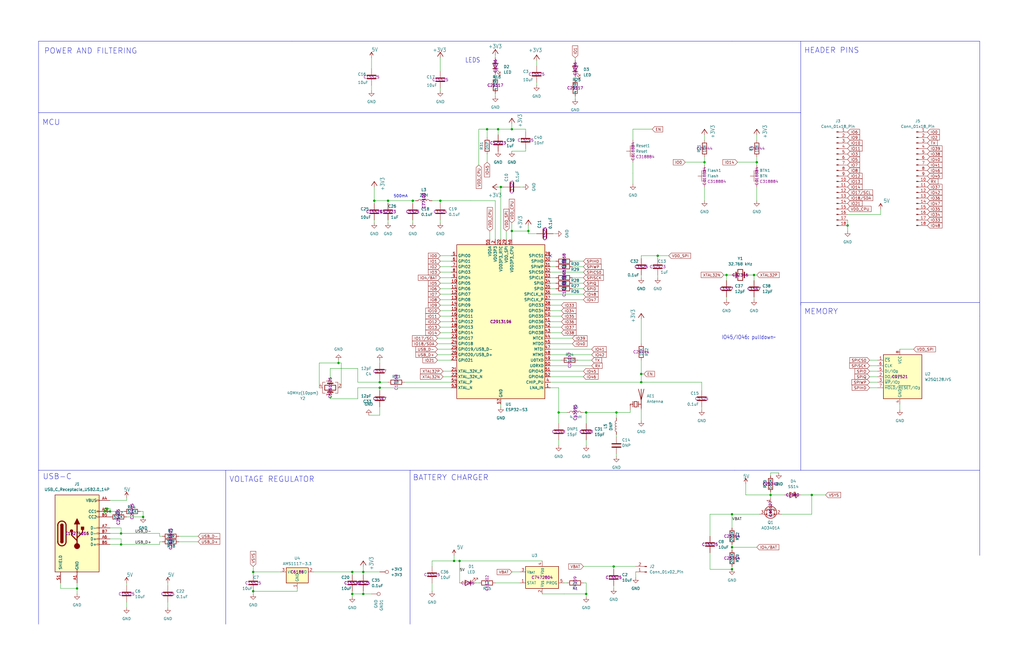
<source format=kicad_sch>
(kicad_sch (version 20250114) (generator "eeschema") (generator_version "9.0")
  (paper "User" 472.592 300.253)
  (text "BATTERY CHARGER" (at 208.026 220.726 0) (effects (font (size 2.54 2.54))))
  (text "VOLTAGE REGULATOR" (at 125.476 221.488 0) (effects (font (size 2.54 2.54))))
  (text "500mA" (at 184.912 90.678 0) (effects (font (size 1.27 1.27))))
  (text "LEDS" (at 214.63 29.21 0) (effects (font (size 2.1844 1.8567)) (justify left bottom)))
  (text "MCU" (at 23.622 56.642 0) (effects (font (size 2.54 2.54))))
  (text "HEADER PINS" (at 383.794 23.368 0) (effects (font (size 2.54 2.54))))
  (text "MEMORY" (at 378.968 144.018 0) (effects (font (size 2.54 2.54))))
  (text "POWER AND FILTERING" (at 20.32 25.146 0) (effects (font (size 2.54 2.54)) (justify left bottom)))
  (text "IO45/IO46: pulldown~~{}" (at 332.994 156.972 0) (effects (font (size 1.778 1.5113)) (justify left bottom)))
  (text "USB-C" (at 26.416 220.218 0) (effects (font (size 2.54 2.54))))
  (junction (at 55.88 246.38))
  (junction (at 116.84 273.05))
  (junction (at 162.56 264.16))
  (junction (at 236.22 106.68))
  (junction (at 55.88 251.46))
  (junction (at 50.8 236.22))
  (junction (at 337.82 262.89))
  (junction (at 335.28 127))
  (junction (at 48.26 236.22))
  (junction (at 391.16 104.14))
  (junction (at 167.64 274.32))
  (junction (at 179.07 92.71))
  (junction (at 212.09 259.08))
  (junction (at 172.72 92.71))
  (junction (at 175.26 176.53))
  (junction (at 325.12 74.93))
  (junction (at 303.53 118.11))
  (junction (at 209.55 259.08))
  (junction (at 229.87 59.69))
  (junction (at 355.6 228.6))
  (junction (at 270.51 190.5))
  (junction (at 66.04 238.76))
  (junction (at 175.26 179.07))
  (junction (at 295.91 176.53))
  (junction (at 167.64 264.16))
  (junction (at 236.22 59.69))
  (junction (at 203.2 92.71))
  (junction (at 224.79 59.69))
  (junction (at 156.21 167.64))
  (junction (at 35.56 271.78))
  (junction (at 243.84 106.68))
  (junction (at 337.82 252.73))
  (junction (at 116.84 264.16))
  (junction (at 349.25 74.93))
  (junction (at 162.56 274.32))
  (junction (at 374.65 228.6))
  (junction (at 283.21 261.62))
  (junction (at 270.51 274.32))
  (junction (at 257.81 190.5))
  (junction (at 337.82 237.49))
  (junction (at 49.53 234.95))
  (junction (at 295.91 172.72))
  (junction (at 284.48 190.5))
  (junction (at 231.14 86.36))
  (junction (at 190.5 92.71))
  (junction (at 347.98 127))
  (junction (at 49.53 236.22))
  (no_connect (at 254 118.11))
  (wire (pts (xy 349.25 74.93) (xy 349.25 76.2)) (stroke (width 0.1524)))
  (wire (pts (xy 162.56 264.16) (xy 167.64 264.16)) (stroke (width 0.1524)))
  (wire (pts (xy 264.16 128.27) (xy 269.24 128.27)) (stroke (width 0.1524)))
  (wire (pts (xy 254 148.59) (xy 259.08 148.59)))
  (wire (pts (xy 190.5 93.98) (xy 190.5 92.71)) (stroke (width 0.1524)))
  (wire (pts (xy 55.88 251.46) (xy 50.8 251.46)) (stroke (width 0.1524)))
  (wire (pts (xy 82.55 250.19) (xy 91.44 250.19)) (stroke (width 0.1524)))
  (wire (pts (xy 233.68 106.68) (xy 233.68 110.49)))
  (wire (pts (xy 283.21 270.51) (xy 283.21 271.78)) (stroke (width 0.1524)))
  (wire (pts (xy 269.24 261.62) (xy 283.21 261.62)) (stroke (width 0.1524)))
  (wire (pts (xy 175.26 176.53) (xy 179.07 176.53)))
  (wire (pts (xy 344.17 228.6) (xy 344.17 223.52)) (stroke (width 0.1524)))
  (wire (pts (xy 175.26 264.16) (xy 167.64 264.16)) (stroke (width 0.1524)))
  (wire (pts (xy 73.66 246.38) (xy 55.88 246.38)) (stroke (width 0.1524)))
  (wire (pts (xy 201.93 166.37) (xy 208.28 166.37)))
  (wire (pts (xy 203.2 92.71) (xy 203.2 93.98)) (stroke (width 0.1524)))
  (wire (pts (xy 208.28 135.89) (xy 203.2 135.89)) (stroke (width 0.1524)))
  (wire (pts (xy 254 168.91) (xy 273.05 168.91)))
  (wire (pts (xy 283.21 261.62) (xy 293.37 261.62)) (stroke (width 0.1524)))
  (wire (pts (xy 242.57 59.69) (xy 242.57 60.96)) (stroke (width 0.1524)))
  (wire (pts (xy 292.1 64.77) (xy 292.1 59.69)) (stroke (width 0.1524)))
  (wire (pts (xy 355.6 218.44) (xy 355.6 219.71)) (stroke (width 0.1524)))
  (wire (pts (xy 327.66 262.89) (xy 337.82 262.89)) (stroke (width 0.1524)))
  (wire (pts (xy 350.52 237.49) (xy 337.82 237.49)) (stroke (width 0.1524)))
  (wire (pts (xy 172.72 86.36) (xy 172.72 92.71)) (stroke (width 0.1524)))
  (wire (pts (xy 220.98 59.69) (xy 224.79 59.69)) (stroke (width 0.1524)))
  (wire (pts (xy 349.25 62.23) (xy 349.25 64.77)) (stroke (width 0.1524)))
  (wire (pts (xy 208.28 120.65) (xy 203.2 120.65)) (stroke (width 0.1524)))
  (polyline (pts (xy 106.68 217.17) (xy 339.09 217.17)) (stroke (width 0.1524) (type solid)))
  (wire (pts (xy 203.2 40.64) (xy 203.2 41.91)) (stroke (width 0.1524)))
  (wire (pts (xy 269.24 190.5) (xy 270.51 190.5)))
  (wire (pts (xy 201.93 92.71) (xy 203.2 92.71)) (stroke (width 0.1524)))
  (wire (pts (xy 48.26 236.22) (xy 48.26 234.95)) (stroke (width 0.1524)))
  (wire (pts (xy 50.8 236.22) (xy 49.53 236.22)))
  (wire (pts (xy 73.66 247.65) (xy 73.66 246.38)) (stroke (width 0.1524)))
  (polyline (pts (xy 452.12 217.17) (xy 452.12 256.54)) (stroke (width 0.1524) (type solid)))
  (wire (pts (xy 175.26 179.07) (xy 175.26 180.34)) (stroke (width 0.1524)))
  (wire (pts (xy 162.56 265.43) (xy 162.56 264.16)) (stroke (width 0.1524)))
  (wire (pts (xy 406.4 99.06) (xy 406.4 96.52)))
  (polyline (pts (xy 369.57 139.7) (xy 369.57 217.17)) (stroke (width 0.1524) (type solid)))
  (wire (pts (xy 256.54 133.35) (xy 254 133.35)) (stroke (width 0.1524)))
  (wire (pts (xy 224.79 63.5) (xy 224.79 59.69)) (stroke (width 0.1524)))
  (wire (pts (xy 260.35 269.24) (xy 261.62 269.24)) (stroke (width 0.1524)))
  (wire (pts (xy 209.55 259.08) (xy 212.09 259.08)) (stroke (width 0.1524)))
  (polyline (pts (xy 17.78 19.05) (xy 134.62 19.05)) (stroke (width 0.1524) (type solid)))
  (wire (pts (xy 232.41 86.36) (xy 231.14 86.36)))
  (wire (pts (xy 228.6 269.24) (xy 240.03 269.24)))
  (wire (pts (xy 208.28 151.13) (xy 203.2 151.13)) (stroke (width 0.1524)))
  (wire (pts (xy 254 151.13) (xy 259.08 151.13)))
  (wire (pts (xy 254 130.81) (xy 256.54 130.81)) (stroke (width 0.1524)))
  (wire (pts (xy 27.94 269.24) (xy 27.94 271.78)))
  (wire (pts (xy 349.25 86.36) (xy 349.25 92.71)) (stroke (width 0.1524)))
  (wire (pts (xy 374.65 237.49) (xy 374.65 228.6)) (stroke (width 0.1524)))
  (wire (pts (xy 208.28 148.59) (xy 203.2 148.59)) (stroke (width 0.1524)))
  (polyline (pts (xy 104.14 217.17) (xy 104.14 288.29)) (stroke (width 0.1524) (type solid)))
  (wire (pts (xy 243.84 104.14) (xy 243.84 106.68)))
  (wire (pts (xy 201.93 161.29) (xy 208.28 161.29)))
  (wire (pts (xy 292.1 59.69) (xy 300.99 59.69)) (stroke (width 0.1524)))
  (wire (pts (xy 157.48 179.07) (xy 157.48 167.64)))
  (wire (pts (xy 228.6 110.49) (xy 228.6 92.71)))
  (polyline (pts (xy 189.23 217.17) (xy 189.23 288.29)) (stroke (width 0.1524) (type solid)))
  (wire (pts (xy 327.66 255.27) (xy 327.66 262.89)) (stroke (width 0.1524)))
  (wire (pts (xy 257.81 179.07) (xy 257.81 190.5)))
  (wire (pts (xy 208.28 128.27) (xy 203.2 128.27)) (stroke (width 0.1524)))
  (wire (pts (xy 208.28 146.05) (xy 203.2 146.05)) (stroke (width 0.1524)))
  (wire (pts (xy 55.88 243.84) (xy 55.88 246.38)))
  (wire (pts (xy 325.12 74.93) (xy 325.12 76.2)) (stroke (width 0.1524)))
  (wire (pts (xy 254 179.07) (xy 257.81 179.07)))
  (wire (pts (xy 264.16 133.35) (xy 269.24 133.35)) (stroke (width 0.1524)))
  (wire (pts (xy 303.53 128.27) (xy 303.53 127)) (stroke (width 0.1524)))
  (wire (pts (xy 323.85 176.53) (xy 295.91 176.53)) (stroke (width 0.1524)))
  (polyline (pts (xy 17.78 217.17) (xy 17.78 288.29)) (stroke (width 0.1524) (type solid)))
  (wire (pts (xy 208.28 138.43) (xy 203.2 138.43)) (stroke (width 0.1524)))
  (wire (pts (xy 212.09 259.08) (xy 250.19 259.08)) (stroke (width 0.1524)))
  (wire (pts (xy 236.22 57.15) (xy 236.22 59.69)) (stroke (width 0.1524)))
  (wire (pts (xy 405.13 166.37) (xy 401.32 166.37)) (stroke (width 0.1524)))
  (wire (pts (xy 254 163.83) (xy 273.05 163.83)) (stroke (width 0.1524)))
  (wire (pts (xy 254 135.89) (xy 269.24 135.89)) (stroke (width 0.1524)))
  (polyline (pts (xy 369.57 139.7) (xy 452.12 139.7)) (stroke (width 0.1524) (type solid)))
  (wire (pts (xy 172.72 92.71) (xy 179.07 92.71)) (stroke (width 0.1524)))
  (wire (pts (xy 49.53 234.95) (xy 48.26 234.95)) (stroke (width 0.1524)))
  (polyline (pts (xy 106.68 217.17) (xy 17.78 217.17)) (stroke (width 0.1524) (type solid)))
  (wire (pts (xy 254 161.29) (xy 273.05 161.29)) (stroke (width 0.1524)))
  (wire (pts (xy 256.54 120.65) (xy 254 120.65)) (stroke (width 0.1524)))
  (wire (pts (xy 165.1 176.53) (xy 175.26 176.53)) (stroke (width 0.1524)))
  (wire (pts (xy 243.84 106.68) (xy 236.22 106.68)))
  (wire (pts (xy 199.39 261.62) (xy 199.39 259.08)) (stroke (width 0.1524)))
  (wire (pts (xy 295.91 158.75) (xy 295.91 147.32)) (stroke (width 0.1524)))
  (wire (pts (xy 264.16 120.65) (xy 269.24 120.65)) (stroke (width 0.1524)))
  (wire (pts (xy 254 156.21) (xy 264.16 156.21)) (stroke (width 0.1524)))
  (wire (pts (xy 391.16 106.68) (xy 391.16 104.14)) (stroke (width 0.1524)))
  (wire (pts (xy 228.6 44.45) (xy 228.6 43.18)) (stroke (width 0.1524)))
  (wire (pts (xy 50.8 248.92) (xy 55.88 248.92)))
  (wire (pts (xy 369.57 228.6) (xy 374.65 228.6)) (stroke (width 0.1524)))
  (wire (pts (xy 116.84 265.43) (xy 116.84 264.16)) (stroke (width 0.1524)))
  (wire (pts (xy 224.79 71.12) (xy 224.79 74.93)))
  (wire (pts (xy 327.66 237.49) (xy 337.82 237.49)) (stroke (width 0.1524)))
  (wire (pts (xy 208.28 140.97) (xy 203.2 140.97)) (stroke (width 0.1524)))
  (wire (pts (xy 55.88 248.92) (xy 55.88 251.46)))
  (wire (pts (xy 228.6 92.71) (xy 217.17 92.71)))
  (wire (pts (xy 82.55 247.65) (xy 91.44 247.65)) (stroke (width 0.1524)))
  (wire (pts (xy 116.84 264.16) (xy 116.84 261.62)) (stroke (width 0.1524)))
  (wire (pts (xy 152.4 184.15) (xy 165.1 184.15)) (stroke (width 0.1524)))
  (wire (pts (xy 256.54 128.27) (xy 254 128.27)) (stroke (width 0.1524)))
  (wire (pts (xy 257.81 190.5) (xy 261.62 190.5)))
  (wire (pts (xy 270.51 274.32) (xy 260.35 274.32)) (stroke (width 0.1524)))
  (wire (pts (xy 242.57 69.85) (xy 236.22 69.85)) (stroke (width 0.1524)))
  (wire (pts (xy 220.98 76.2) (xy 220.98 59.69)) (stroke (width 0.1524)))
  (wire (pts (xy 137.16 273.05) (xy 137.16 271.78)) (stroke (width 0.1524)))
  (wire (pts (xy 337.82 243.84) (xy 337.82 237.49)) (stroke (width 0.1524)))
  (wire (pts (xy 265.43 45.72) (xy 265.43 44.45)) (stroke (width 0.1524)))
  (wire (pts (xy 247.65 39.37) (xy 247.65 38.1)) (stroke (width 0.1524)))
  (wire (pts (xy 264.16 123.19) (xy 269.24 123.19)) (stroke (width 0.1524)))
  (wire (pts (xy 50.8 243.84) (xy 55.88 243.84)))
  (wire (pts (xy 270.51 203.2) (xy 270.51 205.74)))
  (wire (pts (xy 242.57 69.85) (xy 242.57 68.58)) (stroke (width 0.1524)))
  (wire (pts (xy 270.51 190.5) (xy 270.51 195.58)))
  (wire (pts (xy 325.12 72.39) (xy 325.12 74.93)) (stroke (width 0.1524)))
  (wire (pts (xy 167.64 274.32) (xy 162.56 274.32)) (stroke (width 0.1524)))
  (wire (pts (xy 265.43 26.67) (xy 265.43 27.94)) (stroke (width 0.1524)))
  (wire (pts (xy 201.93 156.21) (xy 208.28 156.21)))
  (wire (pts (xy 327.66 247.65) (xy 327.66 237.49)) (stroke (width 0.1524)))
  (wire (pts (xy 228.6 35.56) (xy 228.6 34.29)) (stroke (width 0.1524)))
  (wire (pts (xy 323.85 180.34) (xy 323.85 176.53)) (stroke (width 0.1524)))
  (wire (pts (xy 391.16 99.06) (xy 406.4 99.06)))
  (wire (pts (xy 236.22 264.16) (xy 240.03 264.16)))
  (wire (pts (xy 208.28 118.11) (xy 203.2 118.11)) (stroke (width 0.1524)))
  (wire (pts (xy 284.48 190.5) (xy 290.83 190.5)) (stroke (width 0.1524)))
  (wire (pts (xy 295.91 172.72) (xy 295.91 176.53)) (stroke (width 0.1524)))
  (wire (pts (xy 355.6 228.6) (xy 344.17 228.6)) (stroke (width 0.1524)))
  (wire (pts (xy 55.88 246.38) (xy 50.8 246.38)) (stroke (width 0.1524)))
  (wire (pts (xy 208.28 125.73) (xy 203.2 125.73)) (stroke (width 0.1524)))
  (wire (pts (xy 270.51 190.5) (xy 284.48 190.5)) (stroke (width 0.1524)))
  (wire (pts (xy 231.14 86.36) (xy 229.87 86.36)) (stroke (width 0.1524)))
  (wire (pts (xy 167.64 273.05) (xy 167.64 274.32)) (stroke (width 0.1524)))
  (wire (pts (xy 295.91 166.37) (xy 295.91 172.72)) (stroke (width 0.1524)))
  (wire (pts (xy 203.2 26.67) (xy 203.2 33.02)) (stroke (width 0.1524)))
  (wire (pts (xy 77.47 280.67) (xy 77.47 278.13)) (stroke (width 0.1524)))
  (wire (pts (xy 349.25 72.39) (xy 349.25 74.93)) (stroke (width 0.1524)))
  (wire (pts (xy 73.66 250.19) (xy 74.93 250.19)) (stroke (width 0.1524)))
  (wire (pts (xy 44.45 236.22) (xy 48.26 236.22)) (stroke (width 0.1524)))
  (wire (pts (xy 290.83 190.5) (xy 290.83 189.23)) (stroke (width 0.1524)))
  (wire (pts (xy 295.91 189.23) (xy 295.91 194.31)) (stroke (width 0.1524)))
  (wire (pts (xy 325.12 74.93) (xy 316.23 74.93)) (stroke (width 0.1524)))
  (wire (pts (xy 335.28 127) (xy 335.28 129.54)))
  (wire (pts (xy 254 153.67) (xy 259.08 153.67)))
  (wire (pts (xy 171.45 26.67) (xy 171.45 31.75)) (stroke (width 0.1524)))
  (wire (pts (xy 254 173.99) (xy 269.24 173.99)) (stroke (width 0.1524)))
  (wire (pts (xy 144.78 264.16) (xy 162.56 264.16)) (stroke (width 0.1524)))
  (wire (pts (xy 73.66 251.46) (xy 73.66 250.19)) (stroke (width 0.1524)))
  (wire (pts (xy 355.6 218.44) (xy 359.41 218.44)) (stroke (width 0.1524)))
  (wire (pts (xy 156.21 166.37) (xy 156.21 167.64)) (stroke (width 0.1524)))
  (wire (pts (xy 303.53 118.11) (xy 303.53 119.38)) (stroke (width 0.1524)))
  (wire (pts (xy 270.51 275.59) (xy 270.51 274.32)) (stroke (width 0.1524)))
  (wire (pts (xy 190.5 92.71) (xy 191.77 92.71)) (stroke (width 0.1524)))
  (wire (pts (xy 203.2 153.67) (xy 208.28 153.67)))
  (wire (pts (xy 152.4 182.88) (xy 152.4 184.15)) (stroke (width 0.1524)))
  (wire (pts (xy 167.64 261.62) (xy 167.64 264.16)) (stroke (width 0.1524)))
  (polyline (pts (xy 17.78 217.17) (xy 17.78 19.05)) (stroke (width 0.1524) (type solid)))
  (wire (pts (xy 405.13 176.53) (xy 401.32 176.53)) (stroke (width 0.1524)))
  (wire (pts (xy 254 158.75) (xy 264.16 158.75)) (stroke (width 0.1524)))
  (wire (pts (xy 297.18 172.72) (xy 295.91 172.72)) (stroke (width 0.1524)))
  (wire (pts (xy 64.77 236.22) (xy 66.04 236.22)))
  (wire (pts (xy 156.21 167.64) (xy 147.32 167.64)) (stroke (width 0.1524)))
  (wire (pts (xy 269.24 269.24) (xy 270.51 269.24)) (stroke (width 0.1524)))
  (wire (pts (xy 171.45 274.32) (xy 167.64 274.32)) (stroke (width 0.1524)))
  (wire (pts (xy 405.13 171.45) (xy 401.32 171.45)) (stroke (width 0.1524)))
  (wire (pts (xy 66.04 236.22) (xy 66.04 238.76)) (stroke (width 0.1524)))
  (wire (pts (xy 337.82 252.73) (xy 349.25 252.73)) (stroke (width 0.1524)))
  (wire (pts (xy 335.28 138.43) (xy 335.28 137.16)) (stroke (width 0.1524)))
  (wire (pts (xy 35.56 269.24) (xy 35.56 271.78)) (stroke (width 0.1524)))
  (wire (pts (xy 337.82 261.62) (xy 337.82 262.89)) (stroke (width 0.1524)))
  (wire (pts (xy 391.16 101.6) (xy 391.16 104.14)))
  (wire (pts (xy 284.48 201.93) (xy 284.48 200.66)) (stroke (width 0.1524)))
  (wire (pts (xy 162.56 273.05) (xy 162.56 274.32)) (stroke (width 0.1524)))
  (wire (pts (xy 355.6 229.87) (xy 355.6 228.6)) (stroke (width 0.1524)))
  (wire (pts (xy 165.1 170.18) (xy 165.1 176.53)) (stroke (width 0.1524)))
  (wire (pts (xy 242.57 59.69) (xy 236.22 59.69)) (stroke (width 0.1524)))
  (wire (pts (xy 303.53 118.11) (xy 308.61 118.11)) (stroke (width 0.1524)))
  (wire (pts (xy 58.42 231.14) (xy 50.8 231.14)) (stroke (width 0.1524)))
  (wire (pts (xy 228.6 25.4) (xy 228.6 26.67)) (stroke (width 0.1524)))
  (wire (pts (xy 355.6 228.6) (xy 361.95 228.6)) (stroke (width 0.1524)))
  (wire (pts (xy 236.22 106.68) (xy 236.22 110.49)))
  (wire (pts (xy 325.12 62.23) (xy 325.12 64.77)) (stroke (width 0.1524)))
  (wire (pts (xy 58.42 280.67) (xy 58.42 278.13)) (stroke (width 0.1524)))
  (wire (pts (xy 323.85 189.23) (xy 323.85 187.96)) (stroke (width 0.1524)))
  (wire (pts (xy 208.28 133.35) (xy 203.2 133.35)) (stroke (width 0.1524)))
  (wire (pts (xy 175.26 179.07) (xy 208.28 179.07)) (stroke (width 0.1524)))
  (wire (pts (xy 405.13 168.91) (xy 401.32 168.91)) (stroke (width 0.1524)))
  (wire (pts (xy 73.66 251.46) (xy 55.88 251.46)) (stroke (width 0.1524)))
  (wire (pts (xy 190.5 102.87) (xy 190.5 101.6)) (stroke (width 0.1524)))
  (wire (pts (xy 415.29 161.29) (xy 421.64 161.29)) (stroke (width 0.1524)))
  (wire (pts (xy 201.93 163.83) (xy 208.28 163.83)))
  (wire (pts (xy 208.28 123.19) (xy 203.2 123.19)) (stroke (width 0.1524)))
  (wire (pts (xy 208.28 130.81) (xy 203.2 130.81)) (stroke (width 0.1524)))
  (wire (pts (xy 58.42 229.87) (xy 58.42 231.14)) (stroke (width 0.1524)))
  (wire (pts (xy 129.54 264.16) (xy 116.84 264.16)) (stroke (width 0.1524)))
  (wire (pts (xy 256.54 107.95) (xy 255.27 107.95)) (stroke (width 0.1524)))
  (wire (pts (xy 325.12 86.36) (xy 325.12 92.71)) (stroke (width 0.1524)))
  (wire (pts (xy 295.91 118.11) (xy 295.91 119.38)) (stroke (width 0.1524)))
  (wire (pts (xy 165.1 179.07) (xy 175.26 179.07)) (stroke (width 0.1524)))
  (wire (pts (xy 415.29 189.23) (xy 415.29 186.69)) (stroke (width 0.1524)))
  (wire (pts (xy 347.98 138.43) (xy 347.98 137.16)) (stroke (width 0.1524)))
  (wire (pts (xy 231.14 187.96) (xy 231.14 186.69)) (stroke (width 0.1524)))
  (wire (pts (xy 250.19 274.32) (xy 260.35 274.32)))
  (wire (pts (xy 284.48 210.82) (xy 284.48 209.55)) (stroke (width 0.1524)))
  (wire (pts (xy 293.37 264.16) (xy 293.37 266.7)) (stroke (width 0.1524)))
  (polyline (pts (xy 369.57 19.05) (xy 369.57 52.07)) (stroke (width 0.1524) (type solid)))
  (wire (pts (xy 232.41 86.36) (xy 231.14 86.36)) (stroke (width 0.1524)))
  (wire (pts (xy 175.26 175.26) (xy 175.26 176.53)) (stroke (width 0.1524)))
  (wire (pts (xy 270.51 269.24) (xy 270.51 274.32)) (stroke (width 0.1524)))
  (wire (pts (xy 179.07 93.98) (xy 179.07 92.71)) (stroke (width 0.1524)))
  (wire (pts (xy 254 125.73) (xy 269.24 125.73)) (stroke (width 0.1524)))
  (wire (pts (xy 58.42 238.76) (xy 66.04 238.76)) (stroke (width 0.1524)))
  (wire (pts (xy 337.82 252.73) (xy 337.82 251.46)) (stroke (width 0.1524)))
  (polyline (pts (xy 337.82 19.05) (xy 134.62 19.05)) (stroke (width 0.1524) (type solid)))
  (wire (pts (xy 199.39 269.24) (xy 199.39 273.05)) (stroke (width 0.1524)))
  (wire (pts (xy 247.65 30.48) (xy 247.65 27.94)) (stroke (width 0.1524)))
  (wire (pts (xy 241.3 86.36) (xy 240.03 86.36)) (stroke (width 0.1524)))
  (wire (pts (xy 226.06 106.68) (xy 226.06 110.49)))
  (wire (pts (xy 381 228.6) (xy 374.65 228.6)) (stroke (width 0.1524)))
  (wire (pts (xy 295.91 118.11) (xy 303.53 118.11)) (stroke (width 0.1524)))
  (wire (pts (xy 49.53 236.22) (xy 48.26 236.22)) (stroke (width 0.1524)))
  (polyline (pts (xy 452.12 146.05) (xy 452.12 19.05)) (stroke (width 0.1524) (type solid)))
  (wire (pts (xy 172.72 93.98) (xy 172.72 92.71)) (stroke (width 0.1524)))
  (polyline (pts (xy 369.57 52.07) (xy 369.57 140.97)) (stroke (width 0.1524) (type solid)))
  (wire (pts (xy 175.26 191.77) (xy 170.18 191.77)) (stroke (width 0.1524)))
  (wire (pts (xy 165.1 184.15) (xy 165.1 179.07)) (stroke (width 0.1524)))
  (wire (pts (xy 27.94 271.78) (xy 35.56 271.78)))
  (wire (pts (xy 284.48 193.04) (xy 284.48 190.5)) (stroke (width 0.1524)))
  (wire (pts (xy 208.28 143.51) (xy 203.2 143.51)) (stroke (width 0.1524)))
  (wire (pts (xy 219.71 269.24) (xy 220.98 269.24)) (stroke (width 0.1524)))
  (wire (pts (xy 335.28 127) (xy 337.82 127)))
  (wire (pts (xy 347.98 127) (xy 349.25 127)))
  (wire (pts (xy 265.43 36.83) (xy 265.43 35.56)) (stroke (width 0.1524)))
  (wire (pts (xy 405.13 173.99) (xy 401.32 173.99)) (stroke (width 0.1524)))
  (wire (pts (xy 74.93 247.65) (xy 73.66 247.65)) (stroke (width 0.1524)))
  (wire (pts (xy 116.84 273.05) (xy 137.16 273.05)) (stroke (width 0.1524)))
  (polyline (pts (xy 17.78 52.07) (xy 369.57 52.07)) (stroke (width 0.1524) (type solid)))
  (wire (pts (xy 35.56 271.78) (xy 35.56 274.32)) (stroke (width 0.1524)))
  (wire (pts (xy 201.93 158.75) (xy 208.28 158.75)))
  (wire (pts (xy 254 140.97) (xy 259.08 140.97)))
  (wire (pts (xy 203.2 102.87) (xy 203.2 101.6)) (stroke (width 0.1524)))
  (wire (pts (xy 58.42 270.51) (xy 58.42 269.24)) (stroke (width 0.1524)))
  (wire (pts (xy 157.48 167.64) (xy 156.21 167.64)))
  (wire (pts (xy 264.16 130.81) (xy 269.24 130.81)) (stroke (width 0.1524)))
  (wire (pts (xy 229.87 59.69) (xy 236.22 59.69)) (stroke (width 0.1524)))
  (wire (pts (xy 171.45 39.37) (xy 171.45 41.91)) (stroke (width 0.1524)))
  (wire (pts (xy 175.26 191.77) (xy 175.26 187.96)) (stroke (width 0.1524)))
  (wire (pts (xy 204.47 171.45) (xy 208.28 171.45)))
  (wire (pts (xy 334.01 127) (xy 335.28 127)))
  (wire (pts (xy 199.39 92.71) (xy 201.93 92.71)))
  (wire (pts (xy 50.8 236.22) (xy 49.53 236.22)) (stroke (width 0.1524)))
  (wire (pts (xy 49.53 236.22) (xy 49.53 234.95)))
  (wire (pts (xy 162.56 274.32) (xy 162.56 275.59)) (stroke (width 0.1524)))
  (wire (pts (xy 256.54 123.19) (xy 254 123.19)) (stroke (width 0.1524)))
  (wire (pts (xy 347.98 127) (xy 347.98 129.54)))
  (wire (pts (xy 349.25 74.93) (xy 340.36 74.93)) (stroke (width 0.1524)))
  (wire (pts (xy 355.6 227.33) (xy 355.6 228.6)) (stroke (width 0.1524)))
  (polyline (pts (xy 452.12 217.17) (xy 452.12 146.05)) (stroke (width 0.1524) (type solid)))
  (wire (pts (xy 257.81 203.2) (xy 257.81 205.74)))
  (wire (pts (xy 147.32 167.64) (xy 147.32 179.07)) (stroke (width 0.1524)))
  (wire (pts (xy 257.81 190.5) (xy 257.81 195.58)))
  (wire (pts (xy 50.8 236.22) (xy 57.15 236.22)) (stroke (width 0.1524)))
  (wire (pts (xy 229.87 62.23) (xy 229.87 59.69)) (stroke (width 0.1524)))
  (wire (pts (xy 292.1 74.93) (xy 292.1 80.01)))
  (polyline (pts (xy 339.09 217.17) (xy 452.12 217.17)) (stroke (width 0.1524) (type solid)))
  (wire (pts (xy 236.22 102.87) (xy 236.22 106.68)))
  (wire (pts (xy 152.4 170.18) (xy 165.1 170.18)) (stroke (width 0.1524)))
  (wire (pts (xy 209.55 256.54) (xy 209.55 259.08)) (stroke (width 0.1524)))
  (wire (pts (xy 292.1 80.01) (xy 292.1 85.09)) (stroke (width 0.1524)))
  (wire (pts (xy 179.07 92.71) (xy 190.5 92.71)) (stroke (width 0.1524)))
  (wire (pts (xy 50.8 234.95) (xy 49.53 234.95)) (stroke (width 0.1524)))
  (polyline (pts (xy 452.12 19.05) (xy 337.82 19.05)) (stroke (width 0.1524) (type solid)))
  (wire (pts (xy 254 176.53) (xy 295.91 176.53)) (stroke (width 0.1524)))
  (wire (pts (xy 360.68 237.49) (xy 374.65 237.49)) (stroke (width 0.1524)))
  (wire (pts (xy 186.69 176.53) (xy 208.28 176.53)))
  (wire (pts (xy 77.47 270.51) (xy 77.47 269.24)) (stroke (width 0.1524)))
  (wire (pts (xy 231.14 86.36) (xy 231.14 110.49)) (stroke (width 0.1524)))
  (wire (pts (xy 243.84 107.95) (xy 243.84 106.68)))
  (wire (pts (xy 224.79 59.69) (xy 229.87 59.69)) (stroke (width 0.1524)))
  (wire (pts (xy 247.65 107.95) (xy 243.84 107.95)))
  (wire (pts (xy 50.8 236.22) (xy 50.8 234.95)) (stroke (width 0.1524)))
  (wire (pts (xy 212.09 269.24) (xy 212.09 259.08)) (stroke (width 0.1524)))
  (wire (pts (xy 283.21 262.89) (xy 283.21 261.62)) (stroke (width 0.1524)))
  (wire (pts (xy 175.26 166.37) (xy 175.26 167.64)) (stroke (width 0.1524)))
  (wire (pts (xy 167.64 265.43) (xy 167.64 264.16)) (stroke (width 0.1524)))
  (wire (pts (xy 345.44 127) (xy 347.98 127)))
  (wire (pts (xy 254 146.05) (xy 259.08 146.05)))
  (wire (pts (xy 266.7 166.37) (xy 273.05 166.37)))
  (wire (pts (xy 152.4 175.26) (xy 152.4 170.18)) (stroke (width 0.1524)))
  (wire (pts (xy 295.91 128.27) (xy 295.91 127)) (stroke (width 0.1524)))
  (wire (pts (xy 217.17 92.71) (xy 203.2 92.71)) (stroke (width 0.1524)))
  (wire (pts (xy 49.53 234.95) (xy 48.26 234.95)))
  (wire (pts (xy 254 138.43) (xy 269.24 138.43)) (stroke (width 0.1524)))
  (wire (pts (xy 254 143.51) (xy 259.08 143.51)))
  (wire (pts (xy 116.84 274.32) (xy 116.84 273.05)) (stroke (width 0.1524)))
  (wire (pts (xy 199.39 259.08) (xy 209.55 259.08)) (stroke (width 0.1524)))
  (wire (pts (xy 259.08 166.37) (xy 254 166.37)) (stroke (width 0.1524)))
  (wire (pts (xy 179.07 102.87) (xy 179.07 101.6)) (stroke (width 0.1524)))
  (wire (pts (xy 254 171.45) (xy 269.24 171.45)) (stroke (width 0.1524)))
  (wire (pts (xy 172.72 102.87) (xy 172.72 101.6)) (stroke (width 0.1524)))
  (wire (pts (xy 337.82 254) (xy 337.82 252.73)) (stroke (width 0.1524)))
  (wire (pts (xy 405.13 179.07) (xy 401.32 179.07)) (stroke (width 0.1524)))
  (wire (pts (xy 204.47 173.99) (xy 208.28 173.99)))
  (label "VBAT" (at 337.82 240.665 0) (effects (font (size 1.2446 1.2446))))
  (label "USB_D-" (at 62.23 246.38 0) (effects (font (size 1.2446 1.2446))))
  (label "USB_D+" (at 62.23 251.46 0) (effects (font (size 1.2446 1.2446))))
  (label "5V" (at 212.09 264.16 0) (effects (font (size 1.2446 1.2446))))
  (global_label "IO12" (shape input) (at 203.2 148.59 180) (property "Intersheetrefs" "${INTERSHEET_REFS}" (effects (hide yes))))
  (global_label "IO1" (shape input) (at 265.43 26.67 90) (property "Intersheetrefs" "${INTERSHEET_REFS}" (effects (hide yes))))
  (global_label "IO46" (shape input) (at 269.24 173.99 0) (property "Intersheetrefs" "${INTERSHEET_REFS}" (effects (hide yes))))
  (global_label "IO4{slash}BAT" (shape input) (at 203.2 128.27 180) (property "Intersheetrefs" "${INTERSHEET_REFS}" (effects (hide yes))))
  (global_label "TX" (shape input) (at 427.99 66.04 0) (property "Intersheetrefs" "${INTERSHEET_REFS}" (effects (hide yes))))
  (global_label "IO48" (shape input) (at 269.24 135.89 0) (property "Intersheetrefs" "${INTERSHEET_REFS}" (effects (hide yes))))
  (global_label "IO17{slash}SCL" (shape input) (at 201.93 156.21 180) (property "Intersheetrefs" "${INTERSHEET_REFS}" (effects (hide yes))))
  (global_label "USB_D-" (shape input) (at 91.44 247.65 0) (property "Intersheetrefs" "${INTERSHEET_REFS}" (effects (hide yes))))
  (global_label "IO11" (shape input) (at 203.2 146.05 180) (property "Intersheetrefs" "${INTERSHEET_REFS}" (effects (hide yes))))
  (global_label "IO8" (shape input) (at 203.2 138.43 180) (property "Intersheetrefs" "${INTERSHEET_REFS}" (effects (hide yes))))
  (global_label "SPIQ" (shape input) (at 269.24 130.81 0) (property "Intersheetrefs" "${INTERSHEET_REFS}" (effects (hide yes))))
  (global_label "IO14" (shape input) (at 340.36 74.93 180) (property "Intersheetrefs" "${INTERSHEET_REFS}" (effects (hide yes))))
  (global_label "IO40" (shape input) (at 427.99 73.66 0) (property "Intersheetrefs" "${INTERSHEET_REFS}" (effects (hide yes))))
  (global_label "USB_D+" (shape input) (at 201.93 163.83 180) (property "Intersheetrefs" "${INTERSHEET_REFS}" (effects (hide yes))))
  (global_label "VSYS" (shape input) (at 116.84 261.62 90) (property "Intersheetrefs" "${INTERSHEET_REFS}" (effects (hide yes))))
  (global_label "SPIQ" (shape input) (at 401.32 173.99 180) (property "Intersheetrefs" "${INTERSHEET_REFS}" (effects (hide yes))))
  (global_label "VSYS" (shape input) (at 381 228.6 0) (property "Intersheetrefs" "${INTERSHEET_REFS}" (effects (hide yes))))
  (global_label "IO5" (shape input) (at 203.2 130.81 180) (property "Intersheetrefs" "${INTERSHEET_REFS}" (effects (hide yes))))
  (global_label "IO21" (shape input) (at 201.93 166.37 180) (property "Intersheetrefs" "${INTERSHEET_REFS}" (effects (hide yes))))
  (global_label "IO1" (shape input) (at 203.2 120.65 180) (property "Intersheetrefs" "${INTERSHEET_REFS}" (effects (hide yes))))
  (global_label "VBAT" (shape input) (at 236.22 264.16 180) (property "Intersheetrefs" "${INTERSHEET_REFS}" (effects (hide yes))))
  (global_label "IO41" (shape input) (at 273.05 161.29 0) (property "Intersheetrefs" "${INTERSHEET_REFS}" (effects (hide yes))))
  (global_label "VDD_SPI" (shape input) (at 308.61 118.11 0) (property "Intersheetrefs" "${INTERSHEET_REFS}" (effects (hide yes))))
  (global_label "IO0" (shape input) (at 427.99 60.96 0) (property "Intersheetrefs" "${INTERSHEET_REFS}" (effects (hide yes))))
  (global_label "RX" (shape input) (at 427.99 83.82 0) (property "Intersheetrefs" "${INTERSHEET_REFS}" (effects (hide yes))))
  (global_label "IO36" (shape input) (at 427.99 91.44 0) (property "Intersheetrefs" "${INTERSHEET_REFS}" (effects (hide yes))))
  (global_label "IO35" (shape input) (at 427.99 96.52 0) (property "Intersheetrefs" "${INTERSHEET_REFS}" (effects (hide yes))))
  (global_label "IO38" (shape input) (at 259.08 153.67 0) (property "Intersheetrefs" "${INTERSHEET_REFS}" (effects (hide yes))))
  (global_label "IO9" (shape input) (at 391.16 63.5 0) (property "Intersheetrefs" "${INTERSHEET_REFS}" (effects (hide yes))))
  (global_label "VDD_CPU" (shape input) (at 391.16 96.52 0) (property "Intersheetrefs" "${INTERSHEET_REFS}" (effects (hide yes))))
  (global_label "IO3" (shape input) (at 203.2 125.73 180) (property "Intersheetrefs" "${INTERSHEET_REFS}" (effects (hide yes))))
  (global_label "IO8" (shape input) (at 391.16 78.74 0) (property "Intersheetrefs" "${INTERSHEET_REFS}" (effects (hide yes))))
  (global_label "IO33" (shape input) (at 427.99 101.6 0) (property "Intersheetrefs" "${INTERSHEET_REFS}" (effects (hide yes))))
  (global_label "USB_D+" (shape input) (at 91.44 250.19 0) (property "Intersheetrefs" "${INTERSHEET_REFS}" (effects (hide yes))))
  (global_label "IO46" (shape input) (at 427.99 78.74 0) (property "Intersheetrefs" "${INTERSHEET_REFS}" (effects (hide yes))))
  (global_label "RX" (shape input) (at 273.05 168.91 0) (property "Intersheetrefs" "${INTERSHEET_REFS}" (effects (hide yes))))
  (global_label "IO0" (shape input) (at 316.23 74.93 180) (property "Intersheetrefs" "${INTERSHEET_REFS}" (effects (hide yes))))
  (global_label "IO37" (shape input) (at 259.08 151.13 0) (property "Intersheetrefs" "${INTERSHEET_REFS}" (effects (hide yes))))
  (global_label "IO33" (shape input) (at 259.08 140.97 0) (property "Intersheetrefs" "${INTERSHEET_REFS}" (effects (hide yes))))
  (global_label "IO7" (shape input) (at 391.16 76.2 0) (property "Intersheetrefs" "${INTERSHEET_REFS}" (effects (hide yes))))
  (global_label "IO14" (shape input) (at 203.2 153.67 180) (property "Intersheetrefs" "${INTERSHEET_REFS}" (effects (hide yes))))
  (global_label "IO47" (shape input) (at 427.99 93.98 0) (property "Intersheetrefs" "${INTERSHEET_REFS}" (effects (hide yes))))
  (global_label "IO42" (shape input) (at 427.99 88.9 0) (property "Intersheetrefs" "${INTERSHEET_REFS}" (effects (hide yes))))
  (global_label "XTAL32P" (shape input) (at 349.25 127 0) (property "Intersheetrefs" "${INTERSHEET_REFS}" (effects (hide yes))))
  (global_label "VDD_SPI" (shape input) (at 421.64 161.29 0) (property "Intersheetrefs" "${INTERSHEET_REFS}" (effects (hide yes))))
  (global_label "IO2" (shape input) (at 427.99 63.5 0) (property "Intersheetrefs" "${INTERSHEET_REFS}" (effects (hide yes))))
  (global_label "IO11" (shape input) (at 391.16 68.58 0) (property "Intersheetrefs" "${INTERSHEET_REFS}" (effects (hide yes))))
  (global_label "VDD_CPU" (shape input) (at 226.06 106.68 90) (property "Intersheetrefs" "${INTERSHEET_REFS}" (effects (hide yes))))
  (global_label "VBAT" (shape input) (at 269.24 261.62 180) (property "Intersheetrefs" "${INTERSHEET_REFS}" (effects (hide yes))))
  (global_label "USB_D-" (shape input) (at 201.93 161.29 180) (property "Intersheetrefs" "${INTERSHEET_REFS}" (effects (hide yes))))
  (global_label "SPIWP" (shape input) (at 401.32 176.53 180) (property "Intersheetrefs" "${INTERSHEET_REFS}" (effects (hide yes))))
  (global_label "IO10" (shape input) (at 391.16 66.04 0) (property "Intersheetrefs" "${INTERSHEET_REFS}" (effects (hide yes))))
  (global_label "SPID" (shape input) (at 401.32 171.45 180) (property "Intersheetrefs" "${INTERSHEET_REFS}" (effects (hide yes))))
  (global_label "IO39" (shape input) (at 427.99 68.58 0) (property "Intersheetrefs" "${INTERSHEET_REFS}" (effects (hide yes))))
  (global_label "IO5" (shape input) (at 391.16 73.66 0) (property "Intersheetrefs" "${INTERSHEET_REFS}" (effects (hide yes))))
  (global_label "XTAL32N" (shape input) (at 204.47 173.99 180) (property "Intersheetrefs" "${INTERSHEET_REFS}" (effects (hide yes))))
  (global_label "IO7" (shape input) (at 203.2 135.89 180) (property "Intersheetrefs" "${INTERSHEET_REFS}" (effects (hide yes))))
  (global_label "XTAL32P" (shape input) (at 204.47 171.45 180) (property "Intersheetrefs" "${INTERSHEET_REFS}" (effects (hide yes))))
  (global_label "EN" (shape input) (at 297.18 172.72 0) (property "Intersheetrefs" "${INTERSHEET_REFS}" (effects (hide yes))))
  (global_label "IO4{slash}BAT" (shape input) (at 349.25 252.73 0) (property "Intersheetrefs" "${INTERSHEET_REFS}" (effects (hide yes))))
  (global_label "VDD_CPU" (shape input) (at 220.98 76.2 270) (property "Intersheetrefs" "${INTERSHEET_REFS}" (effects (hide yes))))
  (global_label "IO18{slash}SDA" (shape input) (at 391.16 91.44 0) (property "Intersheetrefs" "${INTERSHEET_REFS}" (effects (hide yes))))
  (global_label "EN" (shape input) (at 300.99 59.69 0) (property "Intersheetrefs" "${INTERSHEET_REFS}" (effects (hide yes))))
  (global_label "IO45" (shape input) (at 427.99 81.28 0) (property "Intersheetrefs" "${INTERSHEET_REFS}" (effects (hide yes))))
  (global_label "TX" (shape input) (at 273.05 166.37 0) (property "Intersheetrefs" "${INTERSHEET_REFS}" (effects (hide yes))))
  (global_label "IO3" (shape input) (at 391.16 71.12 0) (property "Intersheetrefs" "${INTERSHEET_REFS}" (effects (hide yes))))
  (global_label "IO10" (shape input) (at 203.2 143.51 180) (property "Intersheetrefs" "${INTERSHEET_REFS}" (effects (hide yes))))
  (global_label "IO35" (shape input) (at 259.08 146.05 0) (property "Intersheetrefs" "${INTERSHEET_REFS}" (effects (hide yes))))
  (global_label "IO40" (shape input) (at 264.16 158.75 0) (property "Intersheetrefs" "${INTERSHEET_REFS}" (effects (hide yes))))
  (global_label "SPID" (shape input) (at 269.24 133.35 0) (property "Intersheetrefs" "${INTERSHEET_REFS}" (effects (hide yes))))
  (global_label "IO37" (shape input) (at 427.99 86.36 0) (property "Intersheetrefs" "${INTERSHEET_REFS}" (effects (hide yes))))
  (global_label "IO13" (shape input) (at 203.2 151.13 180) (property "Intersheetrefs" "${INTERSHEET_REFS}" (effects (hide yes))))
  (global_label "IO41" (shape input) (at 427.99 76.2 0) (property "Intersheetrefs" "${INTERSHEET_REFS}" (effects (hide yes))))
  (global_label "IO13" (shape input) (at 391.16 83.82 0) (property "Intersheetrefs" "${INTERSHEET_REFS}" (effects (hide yes))))
  (global_label "IO45" (shape input) (at 224.79 74.93 270) (property "Intersheetrefs" "${INTERSHEET_REFS}" (effects (hide yes))))
  (global_label "SPICS0" (shape input) (at 401.32 166.37 180) (property "Intersheetrefs" "${INTERSHEET_REFS}" (effects (hide yes))))
  (global_label "IO36" (shape input) (at 259.08 148.59 0) (property "Intersheetrefs" "${INTERSHEET_REFS}" (effects (hide yes))))
  (global_label "IO21" (shape input) (at 391.16 93.98 0) (property "Intersheetrefs" "${INTERSHEET_REFS}" (effects (hide yes))))
  (global_label "IO0" (shape input) (at 203.2 118.11 180) (property "Intersheetrefs" "${INTERSHEET_REFS}" (effects (hide yes))))
  (global_label "IO38" (shape input) (at 427.99 71.12 0) (property "Intersheetrefs" "${INTERSHEET_REFS}" (effects (hide yes))))
  (global_label "IO14" (shape input) (at 391.16 86.36 0) (property "Intersheetrefs" "${INTERSHEET_REFS}" (effects (hide yes))))
  (global_label "IO34" (shape input) (at 427.99 99.06 0) (property "Intersheetrefs" "${INTERSHEET_REFS}" (effects (hide yes))))
  (global_label "SPISCK" (shape input) (at 401.32 168.91 180) (property "Intersheetrefs" "${INTERSHEET_REFS}" (effects (hide yes))))
  (global_label "SPIHD" (shape input) (at 401.32 179.07 180) (property "Intersheetrefs" "${INTERSHEET_REFS}" (effects (hide yes))))
  (global_label "IO48" (shape input) (at 427.99 104.14 0) (property "Intersheetrefs" "${INTERSHEET_REFS}" (effects (hide yes))))
  (global_label "IO47" (shape input) (at 269.24 138.43 0) (property "Intersheetrefs" "${INTERSHEET_REFS}" (effects (hide yes))))
  (global_label "IO9" (shape input) (at 203.2 140.97 180) (property "Intersheetrefs" "${INTERSHEET_REFS}" (effects (hide yes))))
  (global_label "IO17{slash}SCL" (shape input) (at 391.16 88.9 0) (property "Intersheetrefs" "${INTERSHEET_REFS}" (effects (hide yes))))
  (global_label "XTAL32N" (shape input) (at 334.01 127 180) (property "Intersheetrefs" "${INTERSHEET_REFS}" (effects (hide yes))))
  (global_label "SPIWP" (shape input) (at 269.24 123.19 0) (property "Intersheetrefs" "${INTERSHEET_REFS}" (effects (hide yes))))
  (global_label "IO2" (shape input) (at 203.2 123.19 180) (property "Intersheetrefs" "${INTERSHEET_REFS}" (effects (hide yes))))
  (global_label "VDD_CPU" (shape input) (at 236.22 102.87 90) (property "Intersheetrefs" "${INTERSHEET_REFS}" (effects (hide yes))))
  (global_label "IO18{slash}SDA" (shape input) (at 201.93 158.75 180) (property "Intersheetrefs" "${INTERSHEET_REFS}" (effects (hide yes))))
  (global_label "SPISCK" (shape input) (at 269.24 128.27 0) (property "Intersheetrefs" "${INTERSHEET_REFS}" (effects (hide yes))))
  (global_label "IO6" (shape input) (at 391.16 60.96 0) (property "Intersheetrefs" "${INTERSHEET_REFS}" (effects (hide yes))))
  (global_label "IO39" (shape input) (at 264.16 156.21 0) (property "Intersheetrefs" "${INTERSHEET_REFS}" (effects (hide yes))))
  (global_label "IO42" (shape input) (at 273.05 163.83 0) (property "Intersheetrefs" "${INTERSHEET_REFS}" (effects (hide yes))))
  (global_label "VDD_SPI" (shape input) (at 233.68 106.68 90) (property "Intersheetrefs" "${INTERSHEET_REFS}" (effects (hide yes))))
  (global_label "IO6" (shape input) (at 203.2 133.35 180) (property "Intersheetrefs" "${INTERSHEET_REFS}" (effects (hide yes))))
  (global_label "IO12" (shape input) (at 391.16 81.28 0) (property "Intersheetrefs" "${INTERSHEET_REFS}" (effects (hide yes))))
  (global_label "SPIHD" (shape input) (at 269.24 120.65 0) (property "Intersheetrefs" "${INTERSHEET_REFS}" (effects (hide yes))))
  (global_label "SPICS0" (shape input) (at 269.24 125.73 0) (property "Intersheetrefs" "${INTERSHEET_REFS}" (effects (hide yes))))
  (global_label "IO34" (shape input) (at 259.08 143.51 0) (property "Intersheetrefs" "${INTERSHEET_REFS}" (effects (hide yes))))
  (global_label "IO45" (shape input) (at 269.24 171.45 0) (property "Intersheetrefs" "${INTERSHEET_REFS}" (effects (hide yes))))
  (symbol (lib_id "Memory_Flash:W25Q128JVS") (at 415.29 173.99 0) (unit 1)
    (property "Reference" "U2" (at 426.72 172.7199 0) (effects (justify left)))
    (property "Value" "W25Q128JVS" (at 426.72 175.2599 0) (effects (justify left)))
    (property "Footprint" "Package_SO:SOIC-8_5.3x5.3mm_P1.27mm" (effects (hide yes)))
    (property "Datasheet" "https://www.winbond.com/resource-files/w25q128jv_dtr%20revc%2003272018%20plus.pdf" (effects (hide yes)))
    (property "Description" "128Mbit / 16MiB Serial Flash Memory, Standard/Dual/Quad SPI, 2.7-3.6V, SOIC-8" (effects (hide yes)))
    (property "MNF PART NUMBER" "C97521" (at 415.29 173.99 0))
    (property "LCSC" "C97521" (at 415.29 173.99 0))
  )
  (symbol (lib_id "Device:R") (at 262.89 166.37 90) (unit 1)
    (property "Reference" "R24" (at 262.89 163.83 90))
    (property "Value" "470R" (at 262.89 166.37 90))
    (property "Footprint" "Resistor_SMD:R_0402_1005Metric" (effects (hide yes)))
    (property "MNF PART NUMBER" "C25117" (effects (hide yes)))
    (property "LCSC" "C25117" (at 262.89 166.37 0))
  )
  (symbol (lib_id "Connector:USB_C_Receptacle_USB2.0_14P") (at 35.56 246.38 0) (unit 1)
    (property "Reference" "J1" (at 35.56 223.52 0))
    (property "Value" "USB_C_Receptacle_USB2.0_14P" (at 35.56 226.06 0))
    (property "Footprint" "Connector_USB:USB_C_Receptacle_HCTL_HC-TYPE-C-16P-01A" (effects (hide yes)))
    (property "Datasheet" "https://www.usb.org/sites/default/files/documents/usb_type-c.zip" (effects (hide yes)))
    (property "Description" "USB 2.0-only 14P Type-C Receptacle connector" (effects (hide yes)))
    (property "MNF PART NUMBER" "C19274016" (at 35.56 246.38 0))
    (property "LCSC" "C19274016" (at 35.56 246.38 0))
  )
  (symbol (lib_id "Switch:SW_Push") (at 349.25 81.28 90) (unit 1)
    (property "Reference" "BTN1" (at 350.52 78.7399 90) (effects (justify right)))
    (property "Value" "BTN" (at 350.52 81.2799 90) (effects (justify right)))
    (property "Footprint" "Button_Switch_SMD:SW_Push_1P1T_XKB_TS-1187A" (effects (hide yes)))
    (property "Description" "Push button switch, generic, two pins" (effects (hide yes)))
    (property "MNF PART NUMBER" "C318884" (at 350.52 83.8199 90) (effects (justify right)))
    (property "LCSC" "C318884" (at 349.25 81.28 0))
  )
  (symbol (lib_id "Device:C") (at 327.66 251.46 0) (unit 1)
    (property "Reference" "C8" (at 331.47 250.19 0) (effects (justify left)))
    (property "Value" "10uF" (at 331.47 252.73 0) (effects (justify left)))
    (property "Footprint" "Capacitor_SMD:C_0402_1005Metric" (effects (hide yes)))
    (property "MNF PART NUMBER" "C15525" (effects (hide yes)))
    (property "LCSC" "C15525" (at 327.66 251.46 0))
  )
  (symbol (lib_id "power:GND") (at 303.53 128.27 0) (unit 1)
    (property "Reference" "#PWR019" (effects (hide yes)))
    (property "Value" "GND" (at 303.53 133.35 0))
  )
  (symbol (lib_id "Device:LED") (at 228.6 30.48 90) (unit 1)
    (property "Reference" "D2" (at 232.41 30.7975 90) (effects (justify right)))
    (property "Value" "LED" (at 232.41 33.3375 90) (effects (justify right)))
    (property "Footprint" "LED_SMD:LED_0603_1608Metric" (effects (hide yes)))
    (property "MNF PART NUMBER" "C2286" (effects (hide yes)))
    (property "LCSC" "C2286" (at 228.6 30.48 0))
  )
  (symbol (lib_id "Device:R") (at 78.74 250.19 90) (unit 1)
    (property "Reference" "R18" (at 78.994 252.222 90))
    (property "Value" "33R" (at 78.74 250.19 90))
    (property "Footprint" "Resistor_SMD:R_0402_1005Metric" (effects (hide yes)))
    (property "MNF PART NUMBER" "C25105" (effects (hide yes)))
    (property "LCSC" "C25105" (at 78.74 250.19 0))
  )
  (symbol (lib_id "power:GND") (at 347.98 138.43 0) (unit 1)
    (property "Reference" "#PWR050" (effects (hide yes)))
    (property "Value" "GND" (at 347.98 143.51 0))
  )
  (symbol (lib_id "power:GND") (at 349.25 92.71 0) (unit 1)
    (property "Reference" "#PWR021" (effects (hide yes)))
    (property "Value" "GND" (at 349.25 97.79 0))
  )
  (symbol (lib_id "Device:R") (at 228.6 39.37 0) (unit 1)
    (property "Reference" "R16" (at 227.33 35.56 0) (effects (justify left)))
    (property "Value" "470R" (at 228.6 41.91 90) (effects (justify left)))
    (property "Footprint" "Resistor_SMD:R_0402_1005Metric" (effects (hide yes)))
    (property "MNF PART NUMBER" "C25117" (effects (hide yes)))
    (property "LCSC" "C25117" (at 228.6 39.37 0))
  )
  (symbol (lib_id "power:GND") (at 256.54 107.95 90) (mirror x) (unit 1)
    (property "Reference" "#PWR035" (effects (hide yes)))
    (property "Value" "GND" (at 261.62 107.95 0))
  )
  (symbol (lib_id "power:GND") (at 236.22 69.85 0) (unit 1)
    (property "Reference" "#PWR052" (effects (hide yes)))
    (property "Value" "GND" (at 236.22 74.93 0))
  )
  (symbol (lib_id "power:GND") (at 323.85 189.23 0) (mirror y) (unit 1)
    (property "Reference" "#PWR014" (effects (hide yes)))
    (property "Value" "GND" (at 323.85 194.31 0))
  )
  (symbol (lib_id "Device:R") (at 260.35 128.27 90) (mirror x) (unit 1)
    (property "Reference" "R28" (at 265.43 129.54 90))
    (property "Value" "0R" (at 260.35 128.27 90))
    (property "Footprint" "Resistor_SMD:R_0402_1005Metric" (effects (hide yes)))
    (property "MNF PART NUMBER" "C17168" (effects (hide yes)))
    (property "LCSC" "C17168" (at 260.35 128.27 0))
  )
  (symbol (lib_id "power:GND") (at 335.28 138.43 0) (unit 1)
    (property "Reference" "#PWR049" (effects (hide yes)))
    (property "Value" "GND" (at 335.28 143.51 0))
  )
  (symbol (lib_id "Device:L") (at 284.48 196.85 180) (unit 1)
    (property "Reference" "L5" (at 279.4 196.85 90))
    (property "Value" "DNP" (at 281.94 196.85 90))
    (property "Footprint" "Inductor_SMD:L_0402_1005Metric" (effects (hide yes)))
    (property "Description" "Inductor" (effects (hide yes)))
  )
  (symbol (lib_id "power:GND") (at 229.87 69.85 0) (unit 1)
    (property "Reference" "#PWR051" (effects (hide yes)))
    (property "Value" "GND" (at 229.87 74.93 0))
  )
  (symbol (lib_id "MaTouch 1.9“ TFT Breakout v1.1-eagle-import:5V") (at 58.42 229.87 0) (unit 1)
    (property "Reference" "#SUPPLY03" (effects (hide yes)))
    (property "Value" "5V" (at 57.15 227.076 0) (effects (font (size 1.778 1.5113)) (justify left bottom)))
  )
  (symbol (lib_id "power:GND") (at 265.43 45.72 0) (unit 1)
    (property "Reference" "#PWR034" (effects (hide yes)))
    (property "Value" "GND" (at 265.43 50.8 0))
  )
  (symbol (lib_id "power:GND") (at 270.51 275.59 0) (unit 1)
    (property "Reference" "#PWR022" (effects (hide yes)))
    (property "Value" "GND" (at 270.51 280.67 0))
  )
  (symbol (lib_id "Connector:TestPoint") (at 175.26 264.16 270) (unit 1)
    (property "Reference" "+3V3" (at 180.34 262.8899 90) (effects (justify left)))
    (property "Value" "+3V3" (at 180.34 265.4299 90) (effects (justify left)))
    (property "Footprint" "TestPoint:TestPoint_Pad_D1.0mm" (effects (hide yes)))
    (property "Description" "test point" (effects (hide yes)))
  )
  (symbol (lib_id "power:GND") (at 35.56 274.32 0) (unit 1)
    (property "Reference" "#PWR032" (effects (hide yes)))
    (property "Value" "GND" (at 35.56 279.4 0))
  )
  (symbol (lib_id "power:GND") (at 77.47 280.67 0) (unit 1)
    (property "Reference" "#PWR028" (effects (hide yes)))
    (property "Value" "GND" (at 77.47 285.75 0))
  )
  (symbol (lib_id "power:GND") (at 325.12 92.71 0) (unit 1)
    (property "Reference" "#PWR020" (effects (hide yes)))
    (property "Value" "GND" (at 325.12 97.79 0))
  )
  (symbol (lib_id "power:GND") (at 257.81 205.74 0) (unit 1)
    (property "Reference" "#PWR013" (effects (hide yes)))
    (property "Value" "GND" (at 257.81 210.82 0))
  )
  (symbol (lib_id "Device:C") (at 270.51 199.39 0) (unit 1)
    (property "Reference" "C31" (at 274.32 198.1199 0) (effects (justify left)))
    (property "Value" "15pF" (at 274.32 200.6599 0) (effects (justify left)))
    (property "Footprint" "Capacitor_SMD:C_0402_1005Metric" (effects (hide yes)))
    (property "MNF PART NUMBER" "C1548" (effects (hide yes)))
    (property "LCSC" "C1548" (at 270.51 199.39 0))
  )
  (symbol (lib_id "power:GND") (at 171.45 41.91 0) (unit 1)
    (property "Reference" "#PWR02" (effects (hide yes)))
    (property "Value" "GND" (at 171.45 46.99 0))
  )
  (symbol (lib_id "Regulator_Linear:AMS1117-3.3") (at 137.16 264.16 0) (unit 1)
    (property "Reference" "U4" (at 137.16 257.81 0))
    (property "Value" "AMS1117-3.3" (at 137.16 260.35 0))
    (property "Footprint" "Package_TO_SOT_SMD:SOT-223-3_TabPin2" (effects (hide yes)))
    (property "Datasheet" "http://www.advanced-monolithic.com/pdf/ds1117.pdf" (effects (hide yes)))
    (property "Description" "1A Low Dropout regulator, positive, 3.3V fixed output, SOT-223" (effects (hide yes)))
    (property "MNF PART NUMBER" "C6186" (at 137.16 264.16 0))
    (property "LCSC" "C6186" (at 137.16 264.16 0))
  )
  (symbol (lib_id "Device:C") (at 283.21 266.7 0) (unit 1)
    (property "Reference" "C2" (at 287.02 265.43 0) (effects (justify left)))
    (property "Value" "10uF" (at 287.02 267.97 0) (effects (justify left)))
    (property "Footprint" "Capacitor_SMD:C_0402_1005Metric" (effects (hide yes)))
    (property "MNF PART NUMBER" "C15525" (effects (hide yes)))
    (property "LCSC" "C15525" (at 283.21 266.7 0))
  )
  (symbol (lib_id "MaTouch 1.9“ TFT Breakout v1.1-eagle-import:5V") (at 406.4 96.52 0) (unit 1)
    (property "Reference" "#SUPPLY07" (effects (hide yes)))
    (property "Value" "5V" (at 407.67 93.726 0) (effects (font (size 1.778 1.5113)) (justify left bottom)))
  )
  (symbol (lib_id "power:GND") (at 231.14 187.96 0) (unit 1)
    (property "Reference" "#PWR017" (effects (hide yes)))
    (property "Value" "GND" (at 231.14 193.04 0))
  )
  (symbol (lib_id "power:GND") (at 172.72 102.87 0) (unit 1)
    (property "Reference" "#PWR06" (effects (hide yes)))
    (property "Value" "GND" (at 172.72 107.95 0))
  )
  (symbol (lib_id "Device:C") (at 242.57 64.77 0) (unit 1)
    (property "Reference" "C40" (at 246.38 63.4999 0) (effects (justify left)))
    (property "Value" "10nF" (at 246.38 66.0399 0) (effects (justify left)))
    (property "Footprint" "Capacitor_SMD:C_0402_1005Metric" (effects (hide yes)))
    (property "MNF PART NUMBER" "C15195" (effects (hide yes)))
    (property "LCSC" "C15195" (at 242.57 64.77 0))
  )
  (symbol (lib_id "power:GND") (at 337.82 262.89 0) (unit 1)
    (property "Reference" "#PWR024" (effects (hide yes)))
    (property "Value" "GND" (at 337.82 267.97 0))
  )
  (symbol (lib_id "Device:C") (at 236.22 86.36 90) (mirror x) (unit 1)
    (property "Reference" "C10" (at 233.68 80.01 0) (effects (justify left)))
    (property "Value" "0.1uF" (at 238.76 78.74 0) (effects (justify left)))
    (property "Footprint" "Capacitor_SMD:C_0402_1005Metric" (effects (hide yes)))
    (property "MNF PART NUMBER" "C1525" (effects (hide yes)))
    (property "LCSC" "C1525" (at 236.22 86.36 0))
  )
  (symbol (lib_id "power:GND") (at 203.2 102.87 0) (unit 1)
    (property "Reference" "#PWR09" (effects (hide yes)))
    (property "Value" "GND" (at 203.2 107.95 0))
  )
  (symbol (lib_id "power:GND") (at 199.39 273.05 0) (unit 1)
    (property "Reference" "#PWR026" (effects (hide yes)))
    (property "Value" "GND" (at 199.39 278.13 0))
  )
  (symbol (lib_id "Device:R") (at 260.35 123.19 90) (mirror x) (unit 1)
    (property "Reference" "R29" (at 265.43 124.46 90))
    (property "Value" "0R" (at 260.35 123.19 90))
    (property "Footprint" "Resistor_SMD:R_0402_1005Metric" (effects (hide yes)))
    (property "MNF PART NUMBER" "C17168" (effects (hide yes)))
    (property "LCSC" "C17168" (at 260.35 123.19 0))
  )
  (symbol (lib_id "power:GND") (at 241.3 86.36 90) (mirror x) (unit 1)
    (property "Reference" "#PWR016" (effects (hide yes)))
    (property "Value" "GND" (at 246.38 86.36 0))
  )
  (symbol (lib_id "MaTouch 1.9“ TFT Breakout v1.1-eagle-import:+3V3") (at 172.72 83.82 0) (unit 1)
    (property "Reference" "#+3V09" (effects (hide yes)))
    (property "Value" "+3V3" (at 175.514 81.788 90) (effects (font (size 1.778 1.5113)) (justify right top)))
  )
  (symbol (lib_id "Device:C") (at 175.26 171.45 180) (unit 1)
    (property "Reference" "C4" (at 171.45 172.72 0) (effects (justify left)))
    (property "Value" "12pF" (at 171.45 170.18 0) (effects (justify left)))
    (property "Footprint" "Capacitor_SMD:C_0402_1005Metric" (effects (hide yes)))
    (property "MNF PART NUMBER" "C1547" (effects (hide yes)))
    (property "LCSC" "C1547" (at 175.26 171.45 0))
  )
  (symbol (lib_id "Device:R") (at 295.91 162.56 0) (mirror x) (unit 1)
    (property "Reference" "R22" (at 298.45 162.56 90))
    (property "Value" "10K" (at 295.91 162.56 90))
    (property "Footprint" "Resistor_SMD:R_0402_1005Metric" (effects (hide yes)))
    (property "MNF PART NUMBER" "C25744" (effects (hide yes)))
    (property "LCSC" "C25744" (at 295.91 162.56 0))
  )
  (symbol (lib_id "Device:C") (at 347.98 133.35 0) (unit 1)
    (property "Reference" "C38" (at 351.79 132.08 0) (effects (justify left)))
    (property "Value" "12pF" (at 351.79 134.62 0) (effects (justify left)))
    (property "Footprint" "Capacitor_SMD:C_0402_1005Metric" (effects (hide yes)))
    (property "MNF PART NUMBER" "C1547" (effects (hide yes)))
    (property "LCSC" "C1547" (at 347.98 133.35 0))
  )
  (symbol (lib_id "power:GND") (at 283.21 271.78 0) (unit 1)
    (property "Reference" "#PWR030" (effects (hide yes)))
    (property "Value" "GND" (at 283.21 276.86 0))
  )
  (symbol (lib_id "Device:R") (at 337.82 247.65 0) (unit 1)
    (property "Reference" "R12" (at 340.36 247.65 90))
    (property "Value" "200K" (at 337.82 247.65 90))
    (property "Footprint" "Resistor_SMD:R_0402_1005Metric" (effects (hide yes)))
    (property "MNF PART NUMBER" "C25764" (effects (hide yes)))
    (property "LCSC" "C25764" (at 337.82 247.65 0))
  )
  (symbol (lib_id "Device:C") (at 295.91 123.19 0) (unit 1)
    (property "Reference" "C32" (at 290.83 120.65 0) (effects (justify left)))
    (property "Value" "0.1uF" (at 289.56 127 0) (effects (justify left)))
    (property "Footprint" "Capacitor_SMD:C_0402_1005Metric" (effects (hide yes)))
    (property "MNF PART NUMBER" "C1525" (effects (hide yes)))
    (property "LCSC" "C1525" (at 295.91 123.19 0))
  )
  (symbol (lib_id "Connector:Conn_01x02_Pin") (at 298.45 264.16 180) (unit 1)
    (property "Reference" "J2" (at 299.72 261.6199 0) (effects (justify right)))
    (property "Value" "Conn_01x02_Pin" (at 299.72 264.1599 0) (effects (justify right)))
    (property "Footprint" "Connector_PinSocket_2.54mm:PinSocket_1x02_P2.54mm_Vertical" (effects (hide yes)))
    (property "Description" "Generic connector, single row, 01x02, script generated" (effects (hide yes)))
  )
  (symbol (lib_id "Device:R") (at 355.6 223.52 0) (unit 1)
    (property "Reference" "R20" (at 353.06 223.52 90))
    (property "Value" "100K" (at 355.6 223.52 90))
    (property "Footprint" "Resistor_SMD:R_0402_1005Metric" (effects (hide yes)))
    (property "MNF PART NUMBER" "C25741" (effects (hide yes)))
    (property "LCSC" "C25741" (at 355.6 223.52 0))
  )
  (symbol (lib_id "Device:C") (at 229.87 66.04 0) (unit 1)
    (property "Reference" "C39" (at 233.68 64.7699 0) (effects (justify left)))
    (property "Value" "1uF" (at 233.68 67.3099 0) (effects (justify left)))
    (property "Footprint" "Capacitor_SMD:C_0402_1005Metric" (effects (hide yes)))
    (property "MNF PART NUMBER" "C52923" (effects (hide yes)))
    (property "LCSC" "C52923" (at 229.87 66.04 0))
  )
  (symbol (lib_id "power:GND") (at 391.16 106.68 0) (unit 1)
    (property "Reference" "#PWR053" (effects (hide yes)))
    (property "Value" "GND" (at 391.16 111.76 0))
  )
  (symbol (lib_id "Device:C") (at 179.07 97.79 0) (unit 1)
    (property "Reference" "C26" (at 179.07 95.25 0) (effects (justify left)))
    (property "Value" "1uF" (at 180.34 100.33 0) (effects (justify left)))
    (property "Footprint" "Capacitor_SMD:C_0402_1005Metric" (effects (hide yes)))
    (property "MNF PART NUMBER" "C52923" (effects (hide yes)))
    (property "LCSC" "C52923" (at 179.07 97.79 0))
  )
  (symbol (lib_id "power:GND") (at 293.37 266.7 0) (unit 1)
    (property "Reference" "#PWR023" (effects (hide yes)))
    (property "Value" "GND" (at 293.37 271.78 0))
  )
  (symbol (lib_id "power:GND") (at 203.2 41.91 0) (unit 1)
    (property "Reference" "#PWR03" (effects (hide yes)))
    (property "Value" "GND" (at 203.2 46.99 0))
  )
  (symbol (lib_id "power:GND") (at 415.29 189.23 0) (unit 1)
    (property "Reference" "#PWR048" (effects (hide yes)))
    (property "Value" "GND" (at 415.29 194.31 0))
  )
  (symbol (lib_id "Connector:Conn_01x18_Pin") (at 386.08 81.28 0) (unit 1)
    (property "Reference" "J3" (at 386.715 55.88 0))
    (property "Value" "Conn_01x18_Pin" (at 386.715 58.42 0))
    (property "Footprint" "Connector_PinHeader_2.54mm:PinHeader_1x18_P2.54mm_Vertical" (effects (hide yes)))
    (property "Description" "Generic connector, single row, 01x18, script generated" (effects (hide yes)))
  )
  (symbol (lib_id "MaTouch 1.9“ TFT Breakout v1.1-eagle-import:+3V3") (at 295.91 144.78 0) (mirror y) (unit 1)
    (property "Reference" "#+3V08" (effects (hide yes)))
    (property "Value" "+3V3" (at 293.116 142.748 90) (effects (font (size 1.778 1.5113)) (justify right top)))
  )
  (symbol (lib_id "Device:R") (at 54.61 238.76 270) (unit 1)
    (property "Reference" "R17" (at 54.864 236.982 90))
    (property "Value" "5.1K" (at 54.61 238.76 90))
    (property "Footprint" "Resistor_SMD:R_0402_1005Metric" (effects (hide yes)))
    (property "MNF PART NUMBER" "C25905" (effects (hide yes)))
    (property "LCSC" "C25905" (at 54.61 238.76 0))
  )
  (symbol (lib_id "Device:C") (at 303.53 123.19 0) (unit 1)
    (property "Reference" "C13" (at 303.53 120.65 0) (effects (justify left)))
    (property "Value" "1uF" (at 304.8 125.73 0) (effects (justify left)))
    (property "Footprint" "Capacitor_SMD:C_0402_1005Metric" (effects (hide yes)))
    (property "MNF PART NUMBER" "C52923" (effects (hide yes)))
    (property "LCSC" "C52923" (at 303.53 123.19 0))
  )
  (symbol (lib_id "Device:C") (at 323.85 184.15 0) (mirror y) (unit 1)
    (property "Reference" "C15" (at 322.58 181.61 0) (effects (justify left)))
    (property "Value" "0.1uF" (at 322.58 186.69 0) (effects (justify left)))
    (property "Footprint" "Capacitor_SMD:C_0402_1005Metric" (effects (hide yes)))
    (property "MNF PART NUMBER" "C1525" (effects (hide yes)))
    (property "LCSC" "C1525" (at 323.85 184.15 0))
  )
  (symbol (lib_id "Device:Crystal") (at 341.63 127 0) (unit 1)
    (property "Reference" "Y1" (at 341.63 119.38 0))
    (property "Value" "32.768 kHz" (at 341.63 121.92 0))
    (property "Footprint" "Crystal:Crystal_SMD_3215-2Pin_3.2x1.5mm" (effects (hide yes)))
    (property "MNF PART NUMBER" "C32346" (effects (hide yes)))
    (property "LCSC" "C32346" (at 341.63 127 0))
  )
  (symbol (lib_id "Connector:TestPoint") (at 171.45 274.32 270) (unit 1)
    (property "Reference" "GND1" (at 176.0221 276.86 0) (effects (justify left)))
    (property "Value" "GND" (at 173.4821 276.86 0) (effects (justify left)))
    (property "Footprint" "TestPoint:TestPoint_Pad_D1.0mm" (effects (hide yes)))
    (property "Description" "test point" (effects (hide yes)))
  )
  (symbol (lib_id "Diode:SS14") (at 365.76 228.6 180) (unit 1)
    (property "Reference" "D4" (at 366.0775 222.25 0))
    (property "Value" "SS14" (at 366.0775 224.79 0))
    (property "Footprint" "Diode_SMD:D_SMA" (effects (hide yes)))
    (property "Datasheet" "https://www.vishay.com/docs/88746/ss12.pdf" (effects (hide yes)))
    (property "Description" "40V 1A Schottky Diode, SMA" (effects (hide yes)))
    (property "MNF PART NUMBER" "C2480" (at 365.76 228.6 0))
    (property "LCSC" "C2480" (at 365.76 228.6 0))
  )
  (symbol (lib_id "Device:L") (at 265.43 190.5 90) (unit 1)
    (property "Reference" "L6" (at 265.684 187.96 90))
    (property "Value" "4.7nH" (at 265.684 192.532 90))
    (property "Footprint" "Inductor_SMD:L_0402_1005Metric" (effects (hide yes)))
    (property "Description" "Inductor" (effects (hide yes)))
    (property "MNF PART NUMBER" "C13595" (at 265.43 190.5 0))
    (property "LCSC" "C13595" (at 265.43 190.5 0))
  )
  (symbol (lib_id "power:GND") (at 270.51 205.74 0) (unit 1)
    (property "Reference" "#PWR012" (effects (hide yes)))
    (property "Value" "GND" (at 270.51 210.82 0))
  )
  (symbol (lib_id "MaTouch 1.9“ TFT Breakout v1.1-eagle-import:+3V3") (at 228.6 22.86 0) (mirror y) (unit 1)
    (property "Reference" "#+3V04" (effects (hide yes)))
    (property "Value" "+3V3" (at 231.648 22.352 0) (effects (font (size 1.778 1.5113)) (justify left bottom)))
  )
  (symbol (lib_id "Device:R") (at 260.35 130.81 90) (mirror x) (unit 1)
    (property "Reference" "R27" (at 265.43 132.08 90))
    (property "Value" "0R" (at 260.35 130.81 90))
    (property "Footprint" "Resistor_SMD:R_0402_1005Metric" (effects (hide yes)))
    (property "MNF PART NUMBER" "C17168" (effects (hide yes)))
    (property "LCSC" "C17168" (at 260.35 130.81 0))
  )
  (symbol (lib_id "Connector:Conn_01x18_Pin") (at 422.91 81.28 0) (unit 1)
    (property "Reference" "J5" (at 423.545 55.88 0))
    (property "Value" "Conn_01x18_Pin" (at 423.545 58.42 0))
    (property "Footprint" "Connector_PinHeader_2.54mm:PinHeader_1x18_P2.54mm_Vertical" (effects (hide yes)))
    (property "Description" "Generic connector, single row, 01x18, script generated" (effects (hide yes)))
  )
  (symbol (lib_id "Switch:SW_Push") (at 292.1 69.85 90) (unit 1)
    (property "Reference" "Reset1" (at 293.37 67.3099 90) (effects (justify right)))
    (property "Value" "Reset" (at 293.37 69.8499 90) (effects (justify right)))
    (property "Footprint" "Button_Switch_SMD:SW_Push_1P1T_XKB_TS-1187A" (effects (hide yes)))
    (property "Description" "Push button switch, generic, two pins" (effects (hide yes)))
    (property "MNF PART NUMBER" "C318884" (at 293.37 72.3899 90) (effects (justify right)))
    (property "LCSC" "C318884" (at 292.1 69.85 0))
  )
  (symbol (lib_id "Device:R") (at 60.96 236.22 270) (unit 1)
    (property "Reference" "R14" (at 60.706 234.188 90))
    (property "Value" "5.1K" (at 60.96 236.22 90))
    (property "Footprint" "Resistor_SMD:R_0402_1005Metric" (effects (hide yes)))
    (property "MNF PART NUMBER" "C25905" (effects (hide yes)))
    (property "LCSC" "C25905" (at 60.96 236.22 0))
  )
  (symbol (lib_id "Device:C") (at 284.48 205.74 0) (unit 1)
    (property "Reference" "C14" (at 287.02 203.2 0) (effects (justify left)))
    (property "Value" "DNP" (at 287.02 205.74 0) (effects (justify left)))
    (property "Footprint" "Capacitor_SMD:C_0402_1005Metric" (effects (hide yes)))
  )
  (symbol (lib_id "MaTouch 1.9“ TFT Breakout v1.1-eagle-import:+3V3") (at 325.12 59.69 0) (unit 1)
    (property "Reference" "#+3V05" (effects (hide yes)))
    (property "Value" "+3V3" (at 327.914 57.658 90) (effects (font (size 1.778 1.5113)) (justify right top)))
  )
  (symbol (lib_id "Device:R") (at 265.43 269.24 270) (unit 1)
    (property "Reference" "R1" (at 265.43 271.78 90))
    (property "Value" "2K" (at 265.43 269.24 90))
    (property "Footprint" "Resistor_SMD:R_0402_1005Metric" (effects (hide yes)))
    (property "MNF PART NUMBER" "C4109" (effects (hide yes)))
    (property "LCSC" "C4109" (at 265.43 269.24 0))
  )
  (symbol (lib_id "MCU_Espressif:ESP32-S3") (at 231.14 148.59 0) (unit 1)
    (property "Reference" "U1" (at 233.2833 186.69 0) (effects (justify left)))
    (property "Value" "ESP32-S3" (at 233.2833 189.23 0) (effects (justify left)))
    (property "Footprint" "Package_DFN_QFN:QFN-56-1EP_7x7mm_P0.4mm_EP4x4mm" (effects (hide yes)))
    (property "Datasheet" "https://www.espressif.com/sites/default/files/documentation/esp32-s3_datasheet_en.pdf" (effects (hide yes)))
    (property "Description" "Microcontroller, Wi-Fi 802.11b/g/n, Bluetooth, 32bit" (effects (hide yes)))
    (property "MNF PART NUMBER" "C2913196" (at 231.14 148.59 0))
    (property "LCSC" "C2913194" (at 231.14 148.59 0))
  )
  (symbol (lib_id "MaTouch 1.9“ TFT Breakout v1.1-eagle-import:5V") (at 77.47 269.24 0) (unit 1)
    (property "Reference" "#SUPPLY01" (effects (hide yes)))
    (property "Value" "5V" (at 77.47 266.446 0) (effects (font (size 1.778 1.5113)) (justify left bottom)))
  )
  (symbol (lib_id "Device:C") (at 175.26 184.15 180) (unit 1)
    (property "Reference" "C33" (at 171.45 185.42 0) (effects (justify left)))
    (property "Value" "12pF" (at 171.45 182.88 0) (effects (justify left)))
    (property "Footprint" "Capacitor_SMD:C_0402_1005Metric" (effects (hide yes)))
    (property "MNF PART NUMBER" "C1547" (effects (hide yes)))
    (property "LCSC" "C1547" (at 175.26 184.15 0))
  )
  (symbol (lib_id "Device:R") (at 78.74 247.65 90) (unit 1)
    (property "Reference" "R2" (at 78.74 245.11 90))
    (property "Value" "33R" (at 78.74 247.65 90))
    (property "Footprint" "Resistor_SMD:R_0402_1005Metric" (effects (hide yes)))
    (property "MNF PART NUMBER" "C25105" (effects (hide yes)))
    (property "LCSC" "C25105" (at 78.74 247.65 0))
  )
  (symbol (lib_id "Device:R") (at 260.35 133.35 90) (mirror x) (unit 1)
    (property "Reference" "R26" (at 265.43 134.62 90))
    (property "Value" "0R" (at 260.35 133.35 90))
    (property "Footprint" "Resistor_SMD:R_0402_1005Metric" (effects (hide yes)))
    (property "MNF PART NUMBER" "C17168" (effects (hide yes)))
    (property "LCSC" "C17168" (at 260.35 133.35 0))
  )
  (symbol (lib_id "Battery_Management:MCP73831-2-OT") (at 250.19 266.7 0) (mirror y) (unit 1)
    (property "Reference" "U3" (at 248.0467 256.54 0) (effects (justify left)))
    (property "Value" "MCP73831-2-OT" (effects (hide yes)))
    (property "Footprint" "Package_TO_SOT_SMD:SOT-23-5" (effects (hide yes)))
    (property "Datasheet" "http://ww1.microchip.com/downloads/en/DeviceDoc/20001984g.pdf" (effects (hide yes)))
    (property "Description" "Single cell, Li-Ion/Li-Po charge management controller, 4.20V, Tri-State Status Output, in SOT23-5 package" (effects (hide yes)))
    (property "MNF PART NUMBER" "C7472804" (at 250.19 266.7 0))
    (property "LCSC" "C7472804" (at 250.19 266.7 0))
  )
  (symbol (lib_id "Device:LED") (at 215.9 269.24 180) (unit 1)
    (property "Reference" "D1" (at 217.4875 261.62 0))
    (property "Value" "LED" (at 217.4875 264.16 0))
    (property "Footprint" "LED_SMD:LED_0603_1608Metric" (effects (hide yes)))
    (property "MNF PART NUMBER" "C2286" (effects (hide yes)))
    (property "LCSC" "C2286" (at 215.9 269.24 0))
  )
  (symbol (lib_id "Device:R") (at 224.79 269.24 270) (unit 1)
    (property "Reference" "R15" (at 224.79 271.78 90))
    (property "Value" "1K" (at 224.79 269.24 90))
    (property "Footprint" "Resistor_SMD:R_0402_1005Metric" (effects (hide yes)))
    (property "MNF PART NUMBER" "C11702" (effects (hide yes)))
    (property "LCSC" "C11702" (at 224.79 269.24 0))
  )
  (symbol (lib_id "power:GND") (at 295.91 194.31 0) (unit 1)
    (property "Reference" "#PWR010" (effects (hide yes)))
    (property "Value" "GND" (at 295.91 199.39 0))
  )
  (symbol (lib_id "power:GND") (at 247.65 39.37 0) (unit 1)
    (property "Reference" "#PWR04" (effects (hide yes)))
    (property "Value" "GND" (at 247.65 44.45 0))
  )
  (symbol (lib_id "Device:C") (at 167.64 269.24 0) (unit 1)
    (property "Reference" "C35" (at 171.45 267.97 0) (effects (justify left)))
    (property "Value" "0.1uF" (at 171.45 270.51 0) (effects (justify left)))
    (property "Footprint" "Capacitor_SMD:C_0402_1005Metric" (effects (hide yes)))
    (property "MNF PART NUMBER" "C1525" (effects (hide yes)))
    (property "LCSC" "C1525" (at 167.64 269.24 0))
  )
  (symbol (lib_id "Device:C") (at 190.5 97.79 0) (unit 1)
    (property "Reference" "C18" (at 194.31 96.52 0) (effects (justify left)))
    (property "Value" "0.1uF" (at 194.31 99.06 0) (effects (justify left)))
    (property "Footprint" "Capacitor_SMD:C_0402_1005Metric" (effects (hide yes)))
    (property "MNF PART NUMBER" "C1525" (effects (hide yes)))
    (property "LCSC" "C1525" (at 190.5 97.79 0))
  )
  (symbol (lib_id "power:GND") (at 284.48 210.82 0) (unit 1)
    (property "Reference" "#PWR011" (effects (hide yes)))
    (property "Value" "GND" (at 284.48 215.9 0))
  )
  (symbol (lib_id "Transistor_FET:AO3401A") (at 355.6 234.95 90) (mirror x) (unit 1)
    (property "Reference" "Q1" (at 355.6 241.3 90))
    (property "Value" "AO3401A" (at 355.6 243.84 90))
    (property "Footprint" "Package_TO_SOT_SMD:SOT-23" (effects (hide yes)))
    (property "Datasheet" "http://www.aosmd.com/pdfs/datasheet/AO3401A.pdf" (effects (hide yes)))
    (property "Description" "-4.0A Id, -30V Vds, P-Channel MOSFET, SOT-23" (effects (hide yes)))
    (property "MNF PART NUMBER" "C15127" (at 355.6 234.95 0))
    (property "LCSC" "C15127" (at 355.6 234.95 0))
  )
  (symbol (lib_id "MaTouch 1.9“ TFT Breakout v1.1-eagle-import:5V") (at 344.17 223.52 0) (unit 1)
    (property "Reference" "#SUPPLY06" (effects (hide yes)))
    (property "Value" "5V" (at 342.9 220.98 0) (effects (font (size 1.778 1.5113)) (justify left bottom)))
  )
  (symbol (lib_id "Device:C") (at 257.81 199.39 0) (unit 1)
    (property "Reference" "DNP1" (at 261.62 198.1199 0) (effects (justify left)))
    (property "Value" "15pF" (at 261.62 200.6599 0) (effects (justify left)))
    (property "Footprint" "Capacitor_SMD:C_0402_1005Metric" (effects (hide yes)))
    (property "MNF PART NUMBER" "C1548" (effects (hide yes)))
    (property "LCSC" "C1548" (at 257.81 199.39 0))
  )
  (symbol (lib_id "power:GND") (at 295.91 128.27 0) (unit 1)
    (property "Reference" "#PWR018" (effects (hide yes)))
    (property "Value" "GND" (at 295.91 133.35 0))
  )
  (symbol (lib_id "Device:R") (at 260.35 120.65 90) (mirror x) (unit 1)
    (property "Reference" "R30" (at 265.43 121.92 90))
    (property "Value" "0R" (at 260.35 120.65 90))
    (property "Footprint" "Resistor_SMD:R_0402_1005Metric" (effects (hide yes)))
    (property "MNF PART NUMBER" "C17168" (effects (hide yes)))
    (property "LCSC" "C17168" (at 260.35 120.65 0))
  )
  (symbol (lib_id "MaTouch 1.9“ TFT Breakout v1.1-eagle-import:5V") (at 58.42 269.24 0) (unit 1)
    (property "Reference" "#SUPPLY04" (effects (hide yes)))
    (property "Value" "5V" (at 58.42 266.446 0) (effects (font (size 1.778 1.5113)) (justify left bottom)))
  )
  (symbol (lib_id "Device:C") (at 203.2 36.83 0) (unit 1)
    (property "Reference" "C17" (at 196.85 35.56 0) (effects (justify left)))
    (property "Value" "10uF" (at 196.85 39.37 0) (effects (justify left)))
    (property "Footprint" "Capacitor_SMD:C_0402_1005Metric" (effects (hide yes)))
    (property "MNF PART NUMBER" "C15525" (effects (hide yes)))
    (property "LCSC" "C15525" (at 203.2 36.83 0))
  )
  (symbol (lib_id "power:GND") (at 162.56 275.59 0) (unit 1)
    (property "Reference" "#PWR031" (effects (hide yes)))
    (property "Value" "GND" (at 162.56 280.67 0))
  )
  (symbol (lib_id "Device:C") (at 199.39 265.43 0) (unit 1)
    (property "Reference" "C36" (at 203.2 264.16 0) (effects (justify left)))
    (property "Value" "10uF" (at 203.2 266.7 0) (effects (justify left)))
    (property "Footprint" "Capacitor_SMD:C_0402_1005Metric" (effects (hide yes)))
    (property "MNF PART NUMBER" "C15525" (effects (hide yes)))
    (property "LCSC" "C15525" (at 199.39 265.43 0))
  )
  (symbol (lib_id "Device:C") (at 171.45 35.56 0) (unit 1)
    (property "Reference" "C16" (at 165.1 34.29 0) (effects (justify left)))
    (property "Value" "10uF" (at 165.1 38.1 0) (effects (justify left)))
    (property "Footprint" "Capacitor_SMD:C_0402_1005Metric" (effects (hide yes)))
    (property "MNF PART NUMBER" "C15525" (effects (hide yes)))
    (property "LCSC" "C15525" (at 171.45 35.56 0))
  )
  (symbol (lib_id "power:GND") (at 116.84 274.32 0) (unit 1)
    (property "Reference" "#PWR029" (effects (hide yes)))
    (property "Value" "GND" (at 116.84 279.4 0))
  )
  (symbol (lib_id "Device:C") (at 247.65 34.29 0) (unit 1)
    (property "Reference" "C3" (at 241.3 33.02 0) (effects (justify left)))
    (property "Value" "10uF" (at 241.3 36.83 0) (effects (justify left)))
    (property "Footprint" "Capacitor_SMD:C_0402_1005Metric" (effects (hide yes)))
    (property "MNF PART NUMBER" "C15525" (effects (hide yes)))
    (property "LCSC" "C15525" (at 247.65 34.29 0))
  )
  (symbol (lib_id "Device:C") (at 162.56 269.24 0) (unit 1)
    (property "Reference" "C20" (at 157.48 266.7 0) (effects (justify left)))
    (property "Value" "10uF" (at 157.48 271.78 0) (effects (justify left)))
    (property "Footprint" "Capacitor_SMD:C_0402_1005Metric" (effects (hide yes)))
    (property "MNF PART NUMBER" "C15525" (effects (hide yes)))
    (property "LCSC" "C15525" (at 162.56 269.24 0))
  )
  (symbol (lib_id "Switch:SW_Push") (at 325.12 81.28 90) (unit 1)
    (property "Reference" "Flash1" (at 326.39 78.7399 90) (effects (justify right)))
    (property "Value" "Flash" (at 326.39 81.2799 90) (effects (justify right)))
    (property "Footprint" "Button_Switch_SMD:SW_Push_1P1T_XKB_TS-1187A" (effects (hide yes)))
    (property "Description" "Push button switch, generic, two pins" (effects (hide yes)))
    (property "MNF PART NUMBER" "C318884" (at 326.39 83.8199 90) (effects (justify right)))
    (property "LCSC" "C318884" (at 325.12 81.28 0))
  )
  (symbol (lib_id "power:GND") (at 359.41 218.44 0) (unit 1)
    (property "Reference" "#PWR025" (effects (hide yes)))
    (property "Value" "GND" (at 359.41 223.52 0))
  )
  (symbol (lib_id "power:GND") (at 228.6 44.45 0) (unit 1)
    (property "Reference" "#PWR05" (effects (hide yes)))
    (property "Value" "GND" (at 228.6 49.53 0))
  )
  (symbol (lib_id "power:GND") (at 156.21 166.37 180) (unit 1)
    (property "Reference" "#PWR044" (effects (hide yes)))
    (property "Value" "GND" (at 156.21 161.29 0))
  )
  (symbol (lib_id "MaTouch 1.9“ TFT Breakout v1.1-eagle-import:5V") (at 209.55 256.54 0) (unit 1)
    (property "Reference" "#SUPPLY05" (effects (hide yes)))
    (property "Value" "5V" (at 210.82 253.746 0) (effects (font (size 1.778 1.5113)) (justify left bottom)))
  )
  (symbol (lib_id "MaTouch 1.9“ TFT Breakout v1.1-eagle-import:+3V3") (at 243.84 101.6 0) (mirror y) (unit 1)
    (property "Reference" "#+3V011" (effects (hide yes)))
    (property "Value" "+3V3" (at 241.046 99.568 90) (effects (font (size 1.778 1.5113)) (justify right top)))
  )
  (symbol (lib_id "Device:L") (at 195.58 92.71 90) (unit 1)
    (property "Reference" "L3" (at 195.58 87.63 90))
    (property "Value" "2nH" (at 195.58 90.17 90))
    (property "Footprint" "Inductor_SMD:L_0402_1005Metric" (effects (hide yes)))
    (property "Description" "Inductor" (effects (hide yes)))
    (property "MNF PART NUMBER" "C77103" (at 195.58 92.71 0))
    (property "LCSC" "C77103" (at 195.58 92.71 0))
  )
  (symbol (lib_id "Device:R") (at 337.82 257.81 0) (unit 1)
    (property "Reference" "R19" (at 340.36 257.81 90))
    (property "Value" "200K" (at 337.82 257.81 90))
    (property "Footprint" "Resistor_SMD:R_0402_1005Metric" (effects (hide yes)))
    (property "MNF PART NUMBER" "C25764" (effects (hide yes)))
    (property "LCSC" "C25764" (at 337.82 257.81 0))
  )
  (symbol (lib_id "power:GND") (at 292.1 85.09 0) (unit 1)
    (property "Reference" "#PWR015" (effects (hide yes)))
    (property "Value" "GND" (at 292.1 90.17 0))
  )
  (symbol (lib_id "Device:Crystal_GND24") (at 152.4 179.07 270) (unit 1)
    (property "Reference" "Y2" (at 139.7 184.0232 90))
    (property "Value" "40MHz(10ppm)" (at 139.7 181.4832 90))
    (property "Footprint" "Crystal:Crystal_SMD_2520-4Pin_2.5x2.0mm" (effects (hide yes)))
    (property "Description" "Four pin crystal, GND on pins 2 and 4" (effects (hide yes)))
    (property "MNF PART NUMBER" "C5261125" (at 152.4 179.07 0))
    (property "LCSC" "C5261125" (at 152.4 179.07 0))
  )
  (symbol (lib_id "Device:R") (at 349.25 68.58 0) (unit 1)
    (property "Reference" "R4" (at 346.71 68.58 90))
    (property "Value" "10K" (at 349.25 68.58 90))
    (property "Footprint" "Resistor_SMD:R_0402_1005Metric" (effects (hide yes)))
    (property "MNF PART NUMBER" "C25744" (effects (hide yes)))
    (property "LCSC" "C25744" (at 349.25 68.58 0))
  )
  (symbol (lib_id "Device:R") (at 325.12 68.58 0) (unit 1)
    (property "Reference" "R21" (at 322.58 68.58 90))
    (property "Value" "10K" (at 325.12 68.58 90))
    (property "Footprint" "Resistor_SMD:R_0402_1005Metric" (effects (hide yes)))
    (property "MNF PART NUMBER" "C25744" (effects (hide yes)))
    (property "LCSC" "C25744" (at 325.12 68.58 0))
  )
  (symbol (lib_id "MaTouch 1.9“ TFT Breakout v1.1-eagle-import:5V") (at 171.45 26.67 0) (unit 1)
    (property "Reference" "#SUPPLY018" (effects (hide yes)))
    (property "Value" "5V" (at 171.45 23.876 0) (effects (font (size 1.778 1.5113)) (justify left bottom)))
  )
  (symbol (lib_id "Device:R") (at 182.88 176.53 90) (unit 1)
    (property "Reference" "R23" (at 182.88 173.99 90))
    (property "Value" "0R" (at 182.88 176.53 90))
    (property "Footprint" "Resistor_SMD:R_0402_1005Metric" (effects (hide yes)))
    (property "MNF PART NUMBER" "C17168" (effects (hide yes)))
    (property "LCSC" "C17168" (at 182.88 176.53 0))
  )
  (symbol (lib_id "MaTouch 1.9“ TFT Breakout v1.1-eagle-import:+3V3") (at 227.33 86.36 90) (mirror x) (unit 1)
    (property "Reference" "#+3V010" (effects (hide yes)))
    (property "Value" "+3V3" (at 225.298 89.154 90) (effects (font (size 1.778 1.5113)) (justify right top)))
  )
  (symbol (lib_id "Device:Antenna_Chip") (at 293.37 186.69 0) (unit 1)
    (property "Reference" "AE1" (at 298.45 182.8799 0) (effects (justify left)))
    (property "Value" "Antenna" (at 298.45 185.4199 0) (effects (justify left)))
    (property "Footprint" "RF_Antenna:Texas_SWRA117D_2.4GHz_Left" (effects (hide yes)))
  )
  (symbol (lib_id "Device:R") (at 265.43 40.64 0) (unit 1)
    (property "Reference" "R25" (at 264.16 36.83 0) (effects (justify left)))
    (property "Value" "470R" (at 265.43 43.18 90) (effects (justify left)))
    (property "Footprint" "Resistor_SMD:R_0402_1005Metric" (effects (hide yes)))
    (property "MNF PART NUMBER" "C25117" (effects (hide yes)))
    (property "LCSC" "C25117" (at 265.43 40.64 0))
  )
  (symbol (lib_id "Device:LED") (at 265.43 31.75 90) (unit 1)
    (property "Reference" "D3" (at 269.24 32.0675 90) (effects (justify right)))
    (property "Value" "LED" (at 269.24 34.6075 90) (effects (justify right)))
    (property "Footprint" "LED_SMD:LED_0603_1608Metric" (effects (hide yes)))
    (property "MNF PART NUMBER" "C2286" (effects (hide yes)))
    (property "LCSC" "C2286" (at 265.43 31.75 0))
  )
  (symbol (lib_id "Device:C") (at 251.46 107.95 90) (mirror x) (unit 1)
    (property "Reference" "C11" (at 248.92 101.6 0) (effects (justify left)))
    (property "Value" "0.1uF" (at 254 100.33 0) (effects (justify left)))
    (property "Footprint" "Capacitor_SMD:C_0402_1005Metric" (effects (hide yes)))
    (property "MNF PART NUMBER" "C1525" (effects (hide yes)))
    (property "LCSC" "C1525" (at 251.46 107.95 0))
  )
  (symbol (lib_id "Device:C") (at 203.2 97.79 0) (unit 1)
    (property "Reference" "C19" (at 207.01 96.52 0) (effects (justify left)))
    (property "Value" "0.1uF" (at 207.01 99.06 0) (effects (justify left)))
    (property "Footprint" "Capacitor_SMD:C_0402_1005Metric" (effects (hide yes)))
    (property "MNF PART NUMBER" "C1525" (effects (hide yes)))
    (property "LCSC" "C1525" (at 203.2 97.79 0))
  )
  (symbol (lib_id "power:GND") (at 190.5 102.87 0) (unit 1)
    (property "Reference" "#PWR08" (effects (hide yes)))
    (property "Value" "GND" (at 190.5 107.95 0))
  )
  (symbol (lib_id "Device:C") (at 58.42 274.32 0) (unit 1)
    (property "Reference" "C6" (at 62.23 273.05 0) (effects (justify left)))
    (property "Value" "10uF" (at 62.23 275.59 0) (effects (justify left)))
    (property "Footprint" "Capacitor_SMD:C_0402_1005Metric" (effects (hide yes)))
    (property "MNF PART NUMBER" "C15525" (effects (hide yes)))
    (property "LCSC" "C15525" (at 58.42 274.32 0))
  )
  (symbol (lib_id "MaTouch 1.9“ TFT Breakout v1.1-eagle-import:+3V3") (at 236.22 54.61 0) (unit 1)
    (property "Reference" "#+3V013" (effects (hide yes)))
    (property "Value" "+3V3" (at 239.014 52.578 90) (effects (font (size 1.778 1.5113)) (justify right top)))
  )
  (symbol (lib_id "Device:R") (at 224.79 67.31 180) (unit 1)
    (property "Reference" "R31" (at 222.25 67.31 90))
    (property "Value" "DNP" (at 224.79 67.31 90))
    (property "Footprint" "Resistor_SMD:R_0402_1005Metric" (effects (hide yes)))
  )
  (symbol (lib_id "power:GND") (at 58.42 280.67 0) (unit 1)
    (property "Reference" "#PWR027" (effects (hide yes)))
    (property "Value" "GND" (at 58.42 285.75 0))
  )
  (symbol (lib_id "power:GND") (at 179.07 102.87 0) (unit 1)
    (property "Reference" "#PWR07" (effects (hide yes)))
    (property "Value" "GND" (at 179.07 107.95 0))
  )
  (symbol (lib_id "MaTouch 1.9“ TFT Breakout v1.1-eagle-import:+3V3") (at 167.64 259.08 0) (unit 1)
    (property "Reference" "#+3V012" (effects (hide yes)))
    (property "Value" "+3V3" (at 170.434 257.048 90) (effects (font (size 1.778 1.5113)) (justify right top)))
  )
  (symbol (lib_id "Device:C") (at 77.47 274.32 0) (unit 1)
    (property "Reference" "C22" (at 81.28 273.05 0) (effects (justify left)))
    (property "Value" "0.1uF" (at 81.28 275.59 0) (effects (justify left)))
    (property "Footprint" "Capacitor_SMD:C_0402_1005Metric" (effects (hide yes)))
    (property "MNF PART NUMBER" "C1525" (effects (hide yes)))
    (property "LCSC" "C1525" (at 77.47 274.32 0))
  )
  (symbol (lib_id "Device:C") (at 335.28 133.35 0) (unit 1)
    (property "Reference" "C37" (at 339.09 132.08 0) (effects (justify left)))
    (property "Value" "12pF" (at 339.09 134.62 0) (effects (justify left)))
    (property "Footprint" "Capacitor_SMD:C_0402_1005Metric" (effects (hide yes)))
    (property "MNF PART NUMBER" "C1547" (effects (hide yes)))
    (property "LCSC" "C1547" (at 335.28 133.35 0))
  )
  (symbol (lib_id "MaTouch 1.9“ TFT Breakout v1.1-eagle-import:+3V3") (at 247.65 25.4 0) (mirror y) (unit 1)
    (property "Reference" "#+3V02" (effects (hide yes)))
    (property "Value" "+3V3" (at 250.19 24.13 0) (effects (font (size 1.778 1.5113)) (justify left bottom)))
  )
  (symbol (lib_id "Device:C") (at 116.84 269.24 0) (unit 1)
    (property "Reference" "C7" (at 116.84 266.7 0) (effects (justify left)))
    (property "Value" "10uF" (at 111.76 271.78 0) (effects (justify left)))
    (property "Footprint" "Capacitor_SMD:C_0402_1005Metric" (effects (hide yes)))
    (property "MNF PART NUMBER" "C15525" (effects (hide yes)))
    (property "LCSC" "C15525" (at 116.84 269.24 0))
  )
  (symbol (lib_id "power:GND") (at 66.04 238.76 0) (unit 1)
    (property "Reference" "#PWR033" (effects (hide yes)))
    (property "Value" "GND" (at 66.04 243.84 0))
  )
  (symbol (lib_id "MaTouch 1.9“ TFT Breakout v1.1-eagle-import:+3V3") (at 349.25 59.69 0) (unit 1)
    (property "Reference" "#+3V020" (effects (hide yes)))
    (property "Value" "+3V3" (at 352.044 57.658 90) (effects (font (size 1.778 1.5113)) (justify right top)))
  )
  (symbol (lib_id "Device:C") (at 172.72 97.79 0) (unit 1)
    (property "Reference" "C25" (at 166.37 96.52 0) (effects (justify left)))
    (property "Value" "10uF" (at 166.37 100.33 0) (effects (justify left)))
    (property "Footprint" "Capacitor_SMD:C_0402_1005Metric" (effects (hide yes)))
    (property "MNF PART NUMBER" "C15525" (effects (hide yes)))
    (property "LCSC" "C15525" (at 172.72 97.79 0))
  )
  (symbol (lib_id "power:GND") (at 170.18 191.77 180) (unit 1)
    (property "Reference" "#PWR046" (effects (hide yes)))
    (property "Value" "GND" (at 170.18 186.69 0))
  )
  (symbol (lib_id "MaTouch 1.9“ TFT Breakout v1.1-eagle-import:+3V3") (at 203.2 24.13 0) (unit 1)
    (property "Reference" "#+3V026" (effects (hide yes)))
    (property "Value" "+3V3" (at 205.994 22.098 0) (effects (font (size 1.778 1.5113)) (justify right top)))
  )
  (symbol (lib_id "power:GND") (at 175.26 166.37 180) (unit 1)
    (property "Reference" "#PWR045" (effects (hide yes)))
    (property "Value" "GND" (at 175.26 161.29 0))
  )
)
</source>
